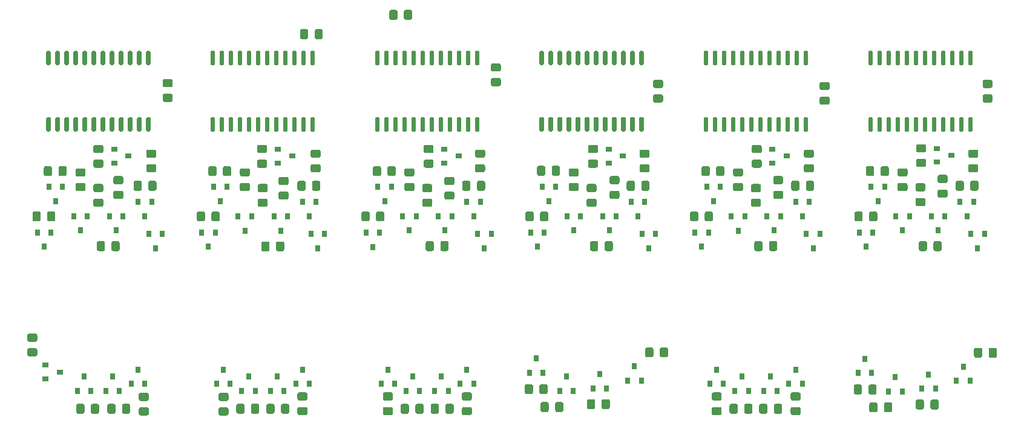
<source format=gbr>
%TF.GenerationSoftware,KiCad,Pcbnew,5.1.8+dfsg1-1+b1*%
%TF.CreationDate,2021-02-09T07:03:43+02:00*%
%TF.ProjectId,nixiedisp,6e697869-6564-4697-9370-2e6b69636164,2*%
%TF.SameCoordinates,Original*%
%TF.FileFunction,Paste,Bot*%
%TF.FilePolarity,Positive*%
%FSLAX46Y46*%
G04 Gerber Fmt 4.6, Leading zero omitted, Abs format (unit mm)*
G04 Created by KiCad (PCBNEW 5.1.8+dfsg1-1+b1) date 2021-02-09 07:03:43*
%MOMM*%
%LPD*%
G01*
G04 APERTURE LIST*
%ADD10R,0.800000X0.900000*%
%ADD11R,0.900000X0.800000*%
G04 APERTURE END LIST*
%TO.C,R27*%
G36*
G01*
X122850000Y-84349999D02*
X122850000Y-85250001D01*
G75*
G02*
X122600001Y-85500000I-249999J0D01*
G01*
X121949999Y-85500000D01*
G75*
G02*
X121700000Y-85250001I0J249999D01*
G01*
X121700000Y-84349999D01*
G75*
G02*
X121949999Y-84100000I249999J0D01*
G01*
X122600001Y-84100000D01*
G75*
G02*
X122850000Y-84349999I0J-249999D01*
G01*
G37*
G36*
G01*
X124900000Y-84349999D02*
X124900000Y-85250001D01*
G75*
G02*
X124650001Y-85500000I-249999J0D01*
G01*
X123999999Y-85500000D01*
G75*
G02*
X123750000Y-85250001I0J249999D01*
G01*
X123750000Y-84349999D01*
G75*
G02*
X123999999Y-84100000I249999J0D01*
G01*
X124650001Y-84100000D01*
G75*
G02*
X124900000Y-84349999I0J-249999D01*
G01*
G37*
%TD*%
%TO.C,U19*%
G36*
G01*
X157135000Y-91875000D02*
X156835000Y-91875000D01*
G75*
G02*
X156685000Y-91725000I0J150000D01*
G01*
X156685000Y-89975000D01*
G75*
G02*
X156835000Y-89825000I150000J0D01*
G01*
X157135000Y-89825000D01*
G75*
G02*
X157285000Y-89975000I0J-150000D01*
G01*
X157285000Y-91725000D01*
G75*
G02*
X157135000Y-91875000I-150000J0D01*
G01*
G37*
G36*
G01*
X155865000Y-91875000D02*
X155565000Y-91875000D01*
G75*
G02*
X155415000Y-91725000I0J150000D01*
G01*
X155415000Y-89975000D01*
G75*
G02*
X155565000Y-89825000I150000J0D01*
G01*
X155865000Y-89825000D01*
G75*
G02*
X156015000Y-89975000I0J-150000D01*
G01*
X156015000Y-91725000D01*
G75*
G02*
X155865000Y-91875000I-150000J0D01*
G01*
G37*
G36*
G01*
X154595000Y-91875000D02*
X154295000Y-91875000D01*
G75*
G02*
X154145000Y-91725000I0J150000D01*
G01*
X154145000Y-89975000D01*
G75*
G02*
X154295000Y-89825000I150000J0D01*
G01*
X154595000Y-89825000D01*
G75*
G02*
X154745000Y-89975000I0J-150000D01*
G01*
X154745000Y-91725000D01*
G75*
G02*
X154595000Y-91875000I-150000J0D01*
G01*
G37*
G36*
G01*
X153325000Y-91875000D02*
X153025000Y-91875000D01*
G75*
G02*
X152875000Y-91725000I0J150000D01*
G01*
X152875000Y-89975000D01*
G75*
G02*
X153025000Y-89825000I150000J0D01*
G01*
X153325000Y-89825000D01*
G75*
G02*
X153475000Y-89975000I0J-150000D01*
G01*
X153475000Y-91725000D01*
G75*
G02*
X153325000Y-91875000I-150000J0D01*
G01*
G37*
G36*
G01*
X152055000Y-91875000D02*
X151755000Y-91875000D01*
G75*
G02*
X151605000Y-91725000I0J150000D01*
G01*
X151605000Y-89975000D01*
G75*
G02*
X151755000Y-89825000I150000J0D01*
G01*
X152055000Y-89825000D01*
G75*
G02*
X152205000Y-89975000I0J-150000D01*
G01*
X152205000Y-91725000D01*
G75*
G02*
X152055000Y-91875000I-150000J0D01*
G01*
G37*
G36*
G01*
X150785000Y-91875000D02*
X150485000Y-91875000D01*
G75*
G02*
X150335000Y-91725000I0J150000D01*
G01*
X150335000Y-89975000D01*
G75*
G02*
X150485000Y-89825000I150000J0D01*
G01*
X150785000Y-89825000D01*
G75*
G02*
X150935000Y-89975000I0J-150000D01*
G01*
X150935000Y-91725000D01*
G75*
G02*
X150785000Y-91875000I-150000J0D01*
G01*
G37*
G36*
G01*
X149515000Y-91875000D02*
X149215000Y-91875000D01*
G75*
G02*
X149065000Y-91725000I0J150000D01*
G01*
X149065000Y-89975000D01*
G75*
G02*
X149215000Y-89825000I150000J0D01*
G01*
X149515000Y-89825000D01*
G75*
G02*
X149665000Y-89975000I0J-150000D01*
G01*
X149665000Y-91725000D01*
G75*
G02*
X149515000Y-91875000I-150000J0D01*
G01*
G37*
G36*
G01*
X148245000Y-91875000D02*
X147945000Y-91875000D01*
G75*
G02*
X147795000Y-91725000I0J150000D01*
G01*
X147795000Y-89975000D01*
G75*
G02*
X147945000Y-89825000I150000J0D01*
G01*
X148245000Y-89825000D01*
G75*
G02*
X148395000Y-89975000I0J-150000D01*
G01*
X148395000Y-91725000D01*
G75*
G02*
X148245000Y-91875000I-150000J0D01*
G01*
G37*
G36*
G01*
X146975000Y-91875000D02*
X146675000Y-91875000D01*
G75*
G02*
X146525000Y-91725000I0J150000D01*
G01*
X146525000Y-89975000D01*
G75*
G02*
X146675000Y-89825000I150000J0D01*
G01*
X146975000Y-89825000D01*
G75*
G02*
X147125000Y-89975000I0J-150000D01*
G01*
X147125000Y-91725000D01*
G75*
G02*
X146975000Y-91875000I-150000J0D01*
G01*
G37*
G36*
G01*
X145705000Y-91875000D02*
X145405000Y-91875000D01*
G75*
G02*
X145255000Y-91725000I0J150000D01*
G01*
X145255000Y-89975000D01*
G75*
G02*
X145405000Y-89825000I150000J0D01*
G01*
X145705000Y-89825000D01*
G75*
G02*
X145855000Y-89975000I0J-150000D01*
G01*
X145855000Y-91725000D01*
G75*
G02*
X145705000Y-91875000I-150000J0D01*
G01*
G37*
G36*
G01*
X144435000Y-91875000D02*
X144135000Y-91875000D01*
G75*
G02*
X143985000Y-91725000I0J150000D01*
G01*
X143985000Y-89975000D01*
G75*
G02*
X144135000Y-89825000I150000J0D01*
G01*
X144435000Y-89825000D01*
G75*
G02*
X144585000Y-89975000I0J-150000D01*
G01*
X144585000Y-91725000D01*
G75*
G02*
X144435000Y-91875000I-150000J0D01*
G01*
G37*
G36*
G01*
X143165000Y-91875000D02*
X142865000Y-91875000D01*
G75*
G02*
X142715000Y-91725000I0J150000D01*
G01*
X142715000Y-89975000D01*
G75*
G02*
X142865000Y-89825000I150000J0D01*
G01*
X143165000Y-89825000D01*
G75*
G02*
X143315000Y-89975000I0J-150000D01*
G01*
X143315000Y-91725000D01*
G75*
G02*
X143165000Y-91875000I-150000J0D01*
G01*
G37*
G36*
G01*
X143165000Y-101175000D02*
X142865000Y-101175000D01*
G75*
G02*
X142715000Y-101025000I0J150000D01*
G01*
X142715000Y-99275000D01*
G75*
G02*
X142865000Y-99125000I150000J0D01*
G01*
X143165000Y-99125000D01*
G75*
G02*
X143315000Y-99275000I0J-150000D01*
G01*
X143315000Y-101025000D01*
G75*
G02*
X143165000Y-101175000I-150000J0D01*
G01*
G37*
G36*
G01*
X144435000Y-101175000D02*
X144135000Y-101175000D01*
G75*
G02*
X143985000Y-101025000I0J150000D01*
G01*
X143985000Y-99275000D01*
G75*
G02*
X144135000Y-99125000I150000J0D01*
G01*
X144435000Y-99125000D01*
G75*
G02*
X144585000Y-99275000I0J-150000D01*
G01*
X144585000Y-101025000D01*
G75*
G02*
X144435000Y-101175000I-150000J0D01*
G01*
G37*
G36*
G01*
X145705000Y-101175000D02*
X145405000Y-101175000D01*
G75*
G02*
X145255000Y-101025000I0J150000D01*
G01*
X145255000Y-99275000D01*
G75*
G02*
X145405000Y-99125000I150000J0D01*
G01*
X145705000Y-99125000D01*
G75*
G02*
X145855000Y-99275000I0J-150000D01*
G01*
X145855000Y-101025000D01*
G75*
G02*
X145705000Y-101175000I-150000J0D01*
G01*
G37*
G36*
G01*
X146975000Y-101175000D02*
X146675000Y-101175000D01*
G75*
G02*
X146525000Y-101025000I0J150000D01*
G01*
X146525000Y-99275000D01*
G75*
G02*
X146675000Y-99125000I150000J0D01*
G01*
X146975000Y-99125000D01*
G75*
G02*
X147125000Y-99275000I0J-150000D01*
G01*
X147125000Y-101025000D01*
G75*
G02*
X146975000Y-101175000I-150000J0D01*
G01*
G37*
G36*
G01*
X148245000Y-101175000D02*
X147945000Y-101175000D01*
G75*
G02*
X147795000Y-101025000I0J150000D01*
G01*
X147795000Y-99275000D01*
G75*
G02*
X147945000Y-99125000I150000J0D01*
G01*
X148245000Y-99125000D01*
G75*
G02*
X148395000Y-99275000I0J-150000D01*
G01*
X148395000Y-101025000D01*
G75*
G02*
X148245000Y-101175000I-150000J0D01*
G01*
G37*
G36*
G01*
X149515000Y-101175000D02*
X149215000Y-101175000D01*
G75*
G02*
X149065000Y-101025000I0J150000D01*
G01*
X149065000Y-99275000D01*
G75*
G02*
X149215000Y-99125000I150000J0D01*
G01*
X149515000Y-99125000D01*
G75*
G02*
X149665000Y-99275000I0J-150000D01*
G01*
X149665000Y-101025000D01*
G75*
G02*
X149515000Y-101175000I-150000J0D01*
G01*
G37*
G36*
G01*
X150785000Y-101175000D02*
X150485000Y-101175000D01*
G75*
G02*
X150335000Y-101025000I0J150000D01*
G01*
X150335000Y-99275000D01*
G75*
G02*
X150485000Y-99125000I150000J0D01*
G01*
X150785000Y-99125000D01*
G75*
G02*
X150935000Y-99275000I0J-150000D01*
G01*
X150935000Y-101025000D01*
G75*
G02*
X150785000Y-101175000I-150000J0D01*
G01*
G37*
G36*
G01*
X152055000Y-101175000D02*
X151755000Y-101175000D01*
G75*
G02*
X151605000Y-101025000I0J150000D01*
G01*
X151605000Y-99275000D01*
G75*
G02*
X151755000Y-99125000I150000J0D01*
G01*
X152055000Y-99125000D01*
G75*
G02*
X152205000Y-99275000I0J-150000D01*
G01*
X152205000Y-101025000D01*
G75*
G02*
X152055000Y-101175000I-150000J0D01*
G01*
G37*
G36*
G01*
X153325000Y-101175000D02*
X153025000Y-101175000D01*
G75*
G02*
X152875000Y-101025000I0J150000D01*
G01*
X152875000Y-99275000D01*
G75*
G02*
X153025000Y-99125000I150000J0D01*
G01*
X153325000Y-99125000D01*
G75*
G02*
X153475000Y-99275000I0J-150000D01*
G01*
X153475000Y-101025000D01*
G75*
G02*
X153325000Y-101175000I-150000J0D01*
G01*
G37*
G36*
G01*
X154595000Y-101175000D02*
X154295000Y-101175000D01*
G75*
G02*
X154145000Y-101025000I0J150000D01*
G01*
X154145000Y-99275000D01*
G75*
G02*
X154295000Y-99125000I150000J0D01*
G01*
X154595000Y-99125000D01*
G75*
G02*
X154745000Y-99275000I0J-150000D01*
G01*
X154745000Y-101025000D01*
G75*
G02*
X154595000Y-101175000I-150000J0D01*
G01*
G37*
G36*
G01*
X155865000Y-101175000D02*
X155565000Y-101175000D01*
G75*
G02*
X155415000Y-101025000I0J150000D01*
G01*
X155415000Y-99275000D01*
G75*
G02*
X155565000Y-99125000I150000J0D01*
G01*
X155865000Y-99125000D01*
G75*
G02*
X156015000Y-99275000I0J-150000D01*
G01*
X156015000Y-101025000D01*
G75*
G02*
X155865000Y-101175000I-150000J0D01*
G01*
G37*
G36*
G01*
X157135000Y-101175000D02*
X156835000Y-101175000D01*
G75*
G02*
X156685000Y-101025000I0J150000D01*
G01*
X156685000Y-99275000D01*
G75*
G02*
X156835000Y-99125000I150000J0D01*
G01*
X157135000Y-99125000D01*
G75*
G02*
X157285000Y-99275000I0J-150000D01*
G01*
X157285000Y-101025000D01*
G75*
G02*
X157135000Y-101175000I-150000J0D01*
G01*
G37*
%TD*%
%TO.C,U18*%
G36*
G01*
X203135000Y-91875000D02*
X202835000Y-91875000D01*
G75*
G02*
X202685000Y-91725000I0J150000D01*
G01*
X202685000Y-89975000D01*
G75*
G02*
X202835000Y-89825000I150000J0D01*
G01*
X203135000Y-89825000D01*
G75*
G02*
X203285000Y-89975000I0J-150000D01*
G01*
X203285000Y-91725000D01*
G75*
G02*
X203135000Y-91875000I-150000J0D01*
G01*
G37*
G36*
G01*
X201865000Y-91875000D02*
X201565000Y-91875000D01*
G75*
G02*
X201415000Y-91725000I0J150000D01*
G01*
X201415000Y-89975000D01*
G75*
G02*
X201565000Y-89825000I150000J0D01*
G01*
X201865000Y-89825000D01*
G75*
G02*
X202015000Y-89975000I0J-150000D01*
G01*
X202015000Y-91725000D01*
G75*
G02*
X201865000Y-91875000I-150000J0D01*
G01*
G37*
G36*
G01*
X200595000Y-91875000D02*
X200295000Y-91875000D01*
G75*
G02*
X200145000Y-91725000I0J150000D01*
G01*
X200145000Y-89975000D01*
G75*
G02*
X200295000Y-89825000I150000J0D01*
G01*
X200595000Y-89825000D01*
G75*
G02*
X200745000Y-89975000I0J-150000D01*
G01*
X200745000Y-91725000D01*
G75*
G02*
X200595000Y-91875000I-150000J0D01*
G01*
G37*
G36*
G01*
X199325000Y-91875000D02*
X199025000Y-91875000D01*
G75*
G02*
X198875000Y-91725000I0J150000D01*
G01*
X198875000Y-89975000D01*
G75*
G02*
X199025000Y-89825000I150000J0D01*
G01*
X199325000Y-89825000D01*
G75*
G02*
X199475000Y-89975000I0J-150000D01*
G01*
X199475000Y-91725000D01*
G75*
G02*
X199325000Y-91875000I-150000J0D01*
G01*
G37*
G36*
G01*
X198055000Y-91875000D02*
X197755000Y-91875000D01*
G75*
G02*
X197605000Y-91725000I0J150000D01*
G01*
X197605000Y-89975000D01*
G75*
G02*
X197755000Y-89825000I150000J0D01*
G01*
X198055000Y-89825000D01*
G75*
G02*
X198205000Y-89975000I0J-150000D01*
G01*
X198205000Y-91725000D01*
G75*
G02*
X198055000Y-91875000I-150000J0D01*
G01*
G37*
G36*
G01*
X196785000Y-91875000D02*
X196485000Y-91875000D01*
G75*
G02*
X196335000Y-91725000I0J150000D01*
G01*
X196335000Y-89975000D01*
G75*
G02*
X196485000Y-89825000I150000J0D01*
G01*
X196785000Y-89825000D01*
G75*
G02*
X196935000Y-89975000I0J-150000D01*
G01*
X196935000Y-91725000D01*
G75*
G02*
X196785000Y-91875000I-150000J0D01*
G01*
G37*
G36*
G01*
X195515000Y-91875000D02*
X195215000Y-91875000D01*
G75*
G02*
X195065000Y-91725000I0J150000D01*
G01*
X195065000Y-89975000D01*
G75*
G02*
X195215000Y-89825000I150000J0D01*
G01*
X195515000Y-89825000D01*
G75*
G02*
X195665000Y-89975000I0J-150000D01*
G01*
X195665000Y-91725000D01*
G75*
G02*
X195515000Y-91875000I-150000J0D01*
G01*
G37*
G36*
G01*
X194245000Y-91875000D02*
X193945000Y-91875000D01*
G75*
G02*
X193795000Y-91725000I0J150000D01*
G01*
X193795000Y-89975000D01*
G75*
G02*
X193945000Y-89825000I150000J0D01*
G01*
X194245000Y-89825000D01*
G75*
G02*
X194395000Y-89975000I0J-150000D01*
G01*
X194395000Y-91725000D01*
G75*
G02*
X194245000Y-91875000I-150000J0D01*
G01*
G37*
G36*
G01*
X192975000Y-91875000D02*
X192675000Y-91875000D01*
G75*
G02*
X192525000Y-91725000I0J150000D01*
G01*
X192525000Y-89975000D01*
G75*
G02*
X192675000Y-89825000I150000J0D01*
G01*
X192975000Y-89825000D01*
G75*
G02*
X193125000Y-89975000I0J-150000D01*
G01*
X193125000Y-91725000D01*
G75*
G02*
X192975000Y-91875000I-150000J0D01*
G01*
G37*
G36*
G01*
X191705000Y-91875000D02*
X191405000Y-91875000D01*
G75*
G02*
X191255000Y-91725000I0J150000D01*
G01*
X191255000Y-89975000D01*
G75*
G02*
X191405000Y-89825000I150000J0D01*
G01*
X191705000Y-89825000D01*
G75*
G02*
X191855000Y-89975000I0J-150000D01*
G01*
X191855000Y-91725000D01*
G75*
G02*
X191705000Y-91875000I-150000J0D01*
G01*
G37*
G36*
G01*
X190435000Y-91875000D02*
X190135000Y-91875000D01*
G75*
G02*
X189985000Y-91725000I0J150000D01*
G01*
X189985000Y-89975000D01*
G75*
G02*
X190135000Y-89825000I150000J0D01*
G01*
X190435000Y-89825000D01*
G75*
G02*
X190585000Y-89975000I0J-150000D01*
G01*
X190585000Y-91725000D01*
G75*
G02*
X190435000Y-91875000I-150000J0D01*
G01*
G37*
G36*
G01*
X189165000Y-91875000D02*
X188865000Y-91875000D01*
G75*
G02*
X188715000Y-91725000I0J150000D01*
G01*
X188715000Y-89975000D01*
G75*
G02*
X188865000Y-89825000I150000J0D01*
G01*
X189165000Y-89825000D01*
G75*
G02*
X189315000Y-89975000I0J-150000D01*
G01*
X189315000Y-91725000D01*
G75*
G02*
X189165000Y-91875000I-150000J0D01*
G01*
G37*
G36*
G01*
X189165000Y-101175000D02*
X188865000Y-101175000D01*
G75*
G02*
X188715000Y-101025000I0J150000D01*
G01*
X188715000Y-99275000D01*
G75*
G02*
X188865000Y-99125000I150000J0D01*
G01*
X189165000Y-99125000D01*
G75*
G02*
X189315000Y-99275000I0J-150000D01*
G01*
X189315000Y-101025000D01*
G75*
G02*
X189165000Y-101175000I-150000J0D01*
G01*
G37*
G36*
G01*
X190435000Y-101175000D02*
X190135000Y-101175000D01*
G75*
G02*
X189985000Y-101025000I0J150000D01*
G01*
X189985000Y-99275000D01*
G75*
G02*
X190135000Y-99125000I150000J0D01*
G01*
X190435000Y-99125000D01*
G75*
G02*
X190585000Y-99275000I0J-150000D01*
G01*
X190585000Y-101025000D01*
G75*
G02*
X190435000Y-101175000I-150000J0D01*
G01*
G37*
G36*
G01*
X191705000Y-101175000D02*
X191405000Y-101175000D01*
G75*
G02*
X191255000Y-101025000I0J150000D01*
G01*
X191255000Y-99275000D01*
G75*
G02*
X191405000Y-99125000I150000J0D01*
G01*
X191705000Y-99125000D01*
G75*
G02*
X191855000Y-99275000I0J-150000D01*
G01*
X191855000Y-101025000D01*
G75*
G02*
X191705000Y-101175000I-150000J0D01*
G01*
G37*
G36*
G01*
X192975000Y-101175000D02*
X192675000Y-101175000D01*
G75*
G02*
X192525000Y-101025000I0J150000D01*
G01*
X192525000Y-99275000D01*
G75*
G02*
X192675000Y-99125000I150000J0D01*
G01*
X192975000Y-99125000D01*
G75*
G02*
X193125000Y-99275000I0J-150000D01*
G01*
X193125000Y-101025000D01*
G75*
G02*
X192975000Y-101175000I-150000J0D01*
G01*
G37*
G36*
G01*
X194245000Y-101175000D02*
X193945000Y-101175000D01*
G75*
G02*
X193795000Y-101025000I0J150000D01*
G01*
X193795000Y-99275000D01*
G75*
G02*
X193945000Y-99125000I150000J0D01*
G01*
X194245000Y-99125000D01*
G75*
G02*
X194395000Y-99275000I0J-150000D01*
G01*
X194395000Y-101025000D01*
G75*
G02*
X194245000Y-101175000I-150000J0D01*
G01*
G37*
G36*
G01*
X195515000Y-101175000D02*
X195215000Y-101175000D01*
G75*
G02*
X195065000Y-101025000I0J150000D01*
G01*
X195065000Y-99275000D01*
G75*
G02*
X195215000Y-99125000I150000J0D01*
G01*
X195515000Y-99125000D01*
G75*
G02*
X195665000Y-99275000I0J-150000D01*
G01*
X195665000Y-101025000D01*
G75*
G02*
X195515000Y-101175000I-150000J0D01*
G01*
G37*
G36*
G01*
X196785000Y-101175000D02*
X196485000Y-101175000D01*
G75*
G02*
X196335000Y-101025000I0J150000D01*
G01*
X196335000Y-99275000D01*
G75*
G02*
X196485000Y-99125000I150000J0D01*
G01*
X196785000Y-99125000D01*
G75*
G02*
X196935000Y-99275000I0J-150000D01*
G01*
X196935000Y-101025000D01*
G75*
G02*
X196785000Y-101175000I-150000J0D01*
G01*
G37*
G36*
G01*
X198055000Y-101175000D02*
X197755000Y-101175000D01*
G75*
G02*
X197605000Y-101025000I0J150000D01*
G01*
X197605000Y-99275000D01*
G75*
G02*
X197755000Y-99125000I150000J0D01*
G01*
X198055000Y-99125000D01*
G75*
G02*
X198205000Y-99275000I0J-150000D01*
G01*
X198205000Y-101025000D01*
G75*
G02*
X198055000Y-101175000I-150000J0D01*
G01*
G37*
G36*
G01*
X199325000Y-101175000D02*
X199025000Y-101175000D01*
G75*
G02*
X198875000Y-101025000I0J150000D01*
G01*
X198875000Y-99275000D01*
G75*
G02*
X199025000Y-99125000I150000J0D01*
G01*
X199325000Y-99125000D01*
G75*
G02*
X199475000Y-99275000I0J-150000D01*
G01*
X199475000Y-101025000D01*
G75*
G02*
X199325000Y-101175000I-150000J0D01*
G01*
G37*
G36*
G01*
X200595000Y-101175000D02*
X200295000Y-101175000D01*
G75*
G02*
X200145000Y-101025000I0J150000D01*
G01*
X200145000Y-99275000D01*
G75*
G02*
X200295000Y-99125000I150000J0D01*
G01*
X200595000Y-99125000D01*
G75*
G02*
X200745000Y-99275000I0J-150000D01*
G01*
X200745000Y-101025000D01*
G75*
G02*
X200595000Y-101175000I-150000J0D01*
G01*
G37*
G36*
G01*
X201865000Y-101175000D02*
X201565000Y-101175000D01*
G75*
G02*
X201415000Y-101025000I0J150000D01*
G01*
X201415000Y-99275000D01*
G75*
G02*
X201565000Y-99125000I150000J0D01*
G01*
X201865000Y-99125000D01*
G75*
G02*
X202015000Y-99275000I0J-150000D01*
G01*
X202015000Y-101025000D01*
G75*
G02*
X201865000Y-101175000I-150000J0D01*
G01*
G37*
G36*
G01*
X203135000Y-101175000D02*
X202835000Y-101175000D01*
G75*
G02*
X202685000Y-101025000I0J150000D01*
G01*
X202685000Y-99275000D01*
G75*
G02*
X202835000Y-99125000I150000J0D01*
G01*
X203135000Y-99125000D01*
G75*
G02*
X203285000Y-99275000I0J-150000D01*
G01*
X203285000Y-101025000D01*
G75*
G02*
X203135000Y-101175000I-150000J0D01*
G01*
G37*
%TD*%
%TO.C,U17*%
G36*
G01*
X180135000Y-91875000D02*
X179835000Y-91875000D01*
G75*
G02*
X179685000Y-91725000I0J150000D01*
G01*
X179685000Y-89975000D01*
G75*
G02*
X179835000Y-89825000I150000J0D01*
G01*
X180135000Y-89825000D01*
G75*
G02*
X180285000Y-89975000I0J-150000D01*
G01*
X180285000Y-91725000D01*
G75*
G02*
X180135000Y-91875000I-150000J0D01*
G01*
G37*
G36*
G01*
X178865000Y-91875000D02*
X178565000Y-91875000D01*
G75*
G02*
X178415000Y-91725000I0J150000D01*
G01*
X178415000Y-89975000D01*
G75*
G02*
X178565000Y-89825000I150000J0D01*
G01*
X178865000Y-89825000D01*
G75*
G02*
X179015000Y-89975000I0J-150000D01*
G01*
X179015000Y-91725000D01*
G75*
G02*
X178865000Y-91875000I-150000J0D01*
G01*
G37*
G36*
G01*
X177595000Y-91875000D02*
X177295000Y-91875000D01*
G75*
G02*
X177145000Y-91725000I0J150000D01*
G01*
X177145000Y-89975000D01*
G75*
G02*
X177295000Y-89825000I150000J0D01*
G01*
X177595000Y-89825000D01*
G75*
G02*
X177745000Y-89975000I0J-150000D01*
G01*
X177745000Y-91725000D01*
G75*
G02*
X177595000Y-91875000I-150000J0D01*
G01*
G37*
G36*
G01*
X176325000Y-91875000D02*
X176025000Y-91875000D01*
G75*
G02*
X175875000Y-91725000I0J150000D01*
G01*
X175875000Y-89975000D01*
G75*
G02*
X176025000Y-89825000I150000J0D01*
G01*
X176325000Y-89825000D01*
G75*
G02*
X176475000Y-89975000I0J-150000D01*
G01*
X176475000Y-91725000D01*
G75*
G02*
X176325000Y-91875000I-150000J0D01*
G01*
G37*
G36*
G01*
X175055000Y-91875000D02*
X174755000Y-91875000D01*
G75*
G02*
X174605000Y-91725000I0J150000D01*
G01*
X174605000Y-89975000D01*
G75*
G02*
X174755000Y-89825000I150000J0D01*
G01*
X175055000Y-89825000D01*
G75*
G02*
X175205000Y-89975000I0J-150000D01*
G01*
X175205000Y-91725000D01*
G75*
G02*
X175055000Y-91875000I-150000J0D01*
G01*
G37*
G36*
G01*
X173785000Y-91875000D02*
X173485000Y-91875000D01*
G75*
G02*
X173335000Y-91725000I0J150000D01*
G01*
X173335000Y-89975000D01*
G75*
G02*
X173485000Y-89825000I150000J0D01*
G01*
X173785000Y-89825000D01*
G75*
G02*
X173935000Y-89975000I0J-150000D01*
G01*
X173935000Y-91725000D01*
G75*
G02*
X173785000Y-91875000I-150000J0D01*
G01*
G37*
G36*
G01*
X172515000Y-91875000D02*
X172215000Y-91875000D01*
G75*
G02*
X172065000Y-91725000I0J150000D01*
G01*
X172065000Y-89975000D01*
G75*
G02*
X172215000Y-89825000I150000J0D01*
G01*
X172515000Y-89825000D01*
G75*
G02*
X172665000Y-89975000I0J-150000D01*
G01*
X172665000Y-91725000D01*
G75*
G02*
X172515000Y-91875000I-150000J0D01*
G01*
G37*
G36*
G01*
X171245000Y-91875000D02*
X170945000Y-91875000D01*
G75*
G02*
X170795000Y-91725000I0J150000D01*
G01*
X170795000Y-89975000D01*
G75*
G02*
X170945000Y-89825000I150000J0D01*
G01*
X171245000Y-89825000D01*
G75*
G02*
X171395000Y-89975000I0J-150000D01*
G01*
X171395000Y-91725000D01*
G75*
G02*
X171245000Y-91875000I-150000J0D01*
G01*
G37*
G36*
G01*
X169975000Y-91875000D02*
X169675000Y-91875000D01*
G75*
G02*
X169525000Y-91725000I0J150000D01*
G01*
X169525000Y-89975000D01*
G75*
G02*
X169675000Y-89825000I150000J0D01*
G01*
X169975000Y-89825000D01*
G75*
G02*
X170125000Y-89975000I0J-150000D01*
G01*
X170125000Y-91725000D01*
G75*
G02*
X169975000Y-91875000I-150000J0D01*
G01*
G37*
G36*
G01*
X168705000Y-91875000D02*
X168405000Y-91875000D01*
G75*
G02*
X168255000Y-91725000I0J150000D01*
G01*
X168255000Y-89975000D01*
G75*
G02*
X168405000Y-89825000I150000J0D01*
G01*
X168705000Y-89825000D01*
G75*
G02*
X168855000Y-89975000I0J-150000D01*
G01*
X168855000Y-91725000D01*
G75*
G02*
X168705000Y-91875000I-150000J0D01*
G01*
G37*
G36*
G01*
X167435000Y-91875000D02*
X167135000Y-91875000D01*
G75*
G02*
X166985000Y-91725000I0J150000D01*
G01*
X166985000Y-89975000D01*
G75*
G02*
X167135000Y-89825000I150000J0D01*
G01*
X167435000Y-89825000D01*
G75*
G02*
X167585000Y-89975000I0J-150000D01*
G01*
X167585000Y-91725000D01*
G75*
G02*
X167435000Y-91875000I-150000J0D01*
G01*
G37*
G36*
G01*
X166165000Y-91875000D02*
X165865000Y-91875000D01*
G75*
G02*
X165715000Y-91725000I0J150000D01*
G01*
X165715000Y-89975000D01*
G75*
G02*
X165865000Y-89825000I150000J0D01*
G01*
X166165000Y-89825000D01*
G75*
G02*
X166315000Y-89975000I0J-150000D01*
G01*
X166315000Y-91725000D01*
G75*
G02*
X166165000Y-91875000I-150000J0D01*
G01*
G37*
G36*
G01*
X166165000Y-101175000D02*
X165865000Y-101175000D01*
G75*
G02*
X165715000Y-101025000I0J150000D01*
G01*
X165715000Y-99275000D01*
G75*
G02*
X165865000Y-99125000I150000J0D01*
G01*
X166165000Y-99125000D01*
G75*
G02*
X166315000Y-99275000I0J-150000D01*
G01*
X166315000Y-101025000D01*
G75*
G02*
X166165000Y-101175000I-150000J0D01*
G01*
G37*
G36*
G01*
X167435000Y-101175000D02*
X167135000Y-101175000D01*
G75*
G02*
X166985000Y-101025000I0J150000D01*
G01*
X166985000Y-99275000D01*
G75*
G02*
X167135000Y-99125000I150000J0D01*
G01*
X167435000Y-99125000D01*
G75*
G02*
X167585000Y-99275000I0J-150000D01*
G01*
X167585000Y-101025000D01*
G75*
G02*
X167435000Y-101175000I-150000J0D01*
G01*
G37*
G36*
G01*
X168705000Y-101175000D02*
X168405000Y-101175000D01*
G75*
G02*
X168255000Y-101025000I0J150000D01*
G01*
X168255000Y-99275000D01*
G75*
G02*
X168405000Y-99125000I150000J0D01*
G01*
X168705000Y-99125000D01*
G75*
G02*
X168855000Y-99275000I0J-150000D01*
G01*
X168855000Y-101025000D01*
G75*
G02*
X168705000Y-101175000I-150000J0D01*
G01*
G37*
G36*
G01*
X169975000Y-101175000D02*
X169675000Y-101175000D01*
G75*
G02*
X169525000Y-101025000I0J150000D01*
G01*
X169525000Y-99275000D01*
G75*
G02*
X169675000Y-99125000I150000J0D01*
G01*
X169975000Y-99125000D01*
G75*
G02*
X170125000Y-99275000I0J-150000D01*
G01*
X170125000Y-101025000D01*
G75*
G02*
X169975000Y-101175000I-150000J0D01*
G01*
G37*
G36*
G01*
X171245000Y-101175000D02*
X170945000Y-101175000D01*
G75*
G02*
X170795000Y-101025000I0J150000D01*
G01*
X170795000Y-99275000D01*
G75*
G02*
X170945000Y-99125000I150000J0D01*
G01*
X171245000Y-99125000D01*
G75*
G02*
X171395000Y-99275000I0J-150000D01*
G01*
X171395000Y-101025000D01*
G75*
G02*
X171245000Y-101175000I-150000J0D01*
G01*
G37*
G36*
G01*
X172515000Y-101175000D02*
X172215000Y-101175000D01*
G75*
G02*
X172065000Y-101025000I0J150000D01*
G01*
X172065000Y-99275000D01*
G75*
G02*
X172215000Y-99125000I150000J0D01*
G01*
X172515000Y-99125000D01*
G75*
G02*
X172665000Y-99275000I0J-150000D01*
G01*
X172665000Y-101025000D01*
G75*
G02*
X172515000Y-101175000I-150000J0D01*
G01*
G37*
G36*
G01*
X173785000Y-101175000D02*
X173485000Y-101175000D01*
G75*
G02*
X173335000Y-101025000I0J150000D01*
G01*
X173335000Y-99275000D01*
G75*
G02*
X173485000Y-99125000I150000J0D01*
G01*
X173785000Y-99125000D01*
G75*
G02*
X173935000Y-99275000I0J-150000D01*
G01*
X173935000Y-101025000D01*
G75*
G02*
X173785000Y-101175000I-150000J0D01*
G01*
G37*
G36*
G01*
X175055000Y-101175000D02*
X174755000Y-101175000D01*
G75*
G02*
X174605000Y-101025000I0J150000D01*
G01*
X174605000Y-99275000D01*
G75*
G02*
X174755000Y-99125000I150000J0D01*
G01*
X175055000Y-99125000D01*
G75*
G02*
X175205000Y-99275000I0J-150000D01*
G01*
X175205000Y-101025000D01*
G75*
G02*
X175055000Y-101175000I-150000J0D01*
G01*
G37*
G36*
G01*
X176325000Y-101175000D02*
X176025000Y-101175000D01*
G75*
G02*
X175875000Y-101025000I0J150000D01*
G01*
X175875000Y-99275000D01*
G75*
G02*
X176025000Y-99125000I150000J0D01*
G01*
X176325000Y-99125000D01*
G75*
G02*
X176475000Y-99275000I0J-150000D01*
G01*
X176475000Y-101025000D01*
G75*
G02*
X176325000Y-101175000I-150000J0D01*
G01*
G37*
G36*
G01*
X177595000Y-101175000D02*
X177295000Y-101175000D01*
G75*
G02*
X177145000Y-101025000I0J150000D01*
G01*
X177145000Y-99275000D01*
G75*
G02*
X177295000Y-99125000I150000J0D01*
G01*
X177595000Y-99125000D01*
G75*
G02*
X177745000Y-99275000I0J-150000D01*
G01*
X177745000Y-101025000D01*
G75*
G02*
X177595000Y-101175000I-150000J0D01*
G01*
G37*
G36*
G01*
X178865000Y-101175000D02*
X178565000Y-101175000D01*
G75*
G02*
X178415000Y-101025000I0J150000D01*
G01*
X178415000Y-99275000D01*
G75*
G02*
X178565000Y-99125000I150000J0D01*
G01*
X178865000Y-99125000D01*
G75*
G02*
X179015000Y-99275000I0J-150000D01*
G01*
X179015000Y-101025000D01*
G75*
G02*
X178865000Y-101175000I-150000J0D01*
G01*
G37*
G36*
G01*
X180135000Y-101175000D02*
X179835000Y-101175000D01*
G75*
G02*
X179685000Y-101025000I0J150000D01*
G01*
X179685000Y-99275000D01*
G75*
G02*
X179835000Y-99125000I150000J0D01*
G01*
X180135000Y-99125000D01*
G75*
G02*
X180285000Y-99275000I0J-150000D01*
G01*
X180285000Y-101025000D01*
G75*
G02*
X180135000Y-101175000I-150000J0D01*
G01*
G37*
%TD*%
%TO.C,U16*%
G36*
G01*
X134135000Y-91875000D02*
X133835000Y-91875000D01*
G75*
G02*
X133685000Y-91725000I0J150000D01*
G01*
X133685000Y-89975000D01*
G75*
G02*
X133835000Y-89825000I150000J0D01*
G01*
X134135000Y-89825000D01*
G75*
G02*
X134285000Y-89975000I0J-150000D01*
G01*
X134285000Y-91725000D01*
G75*
G02*
X134135000Y-91875000I-150000J0D01*
G01*
G37*
G36*
G01*
X132865000Y-91875000D02*
X132565000Y-91875000D01*
G75*
G02*
X132415000Y-91725000I0J150000D01*
G01*
X132415000Y-89975000D01*
G75*
G02*
X132565000Y-89825000I150000J0D01*
G01*
X132865000Y-89825000D01*
G75*
G02*
X133015000Y-89975000I0J-150000D01*
G01*
X133015000Y-91725000D01*
G75*
G02*
X132865000Y-91875000I-150000J0D01*
G01*
G37*
G36*
G01*
X131595000Y-91875000D02*
X131295000Y-91875000D01*
G75*
G02*
X131145000Y-91725000I0J150000D01*
G01*
X131145000Y-89975000D01*
G75*
G02*
X131295000Y-89825000I150000J0D01*
G01*
X131595000Y-89825000D01*
G75*
G02*
X131745000Y-89975000I0J-150000D01*
G01*
X131745000Y-91725000D01*
G75*
G02*
X131595000Y-91875000I-150000J0D01*
G01*
G37*
G36*
G01*
X130325000Y-91875000D02*
X130025000Y-91875000D01*
G75*
G02*
X129875000Y-91725000I0J150000D01*
G01*
X129875000Y-89975000D01*
G75*
G02*
X130025000Y-89825000I150000J0D01*
G01*
X130325000Y-89825000D01*
G75*
G02*
X130475000Y-89975000I0J-150000D01*
G01*
X130475000Y-91725000D01*
G75*
G02*
X130325000Y-91875000I-150000J0D01*
G01*
G37*
G36*
G01*
X129055000Y-91875000D02*
X128755000Y-91875000D01*
G75*
G02*
X128605000Y-91725000I0J150000D01*
G01*
X128605000Y-89975000D01*
G75*
G02*
X128755000Y-89825000I150000J0D01*
G01*
X129055000Y-89825000D01*
G75*
G02*
X129205000Y-89975000I0J-150000D01*
G01*
X129205000Y-91725000D01*
G75*
G02*
X129055000Y-91875000I-150000J0D01*
G01*
G37*
G36*
G01*
X127785000Y-91875000D02*
X127485000Y-91875000D01*
G75*
G02*
X127335000Y-91725000I0J150000D01*
G01*
X127335000Y-89975000D01*
G75*
G02*
X127485000Y-89825000I150000J0D01*
G01*
X127785000Y-89825000D01*
G75*
G02*
X127935000Y-89975000I0J-150000D01*
G01*
X127935000Y-91725000D01*
G75*
G02*
X127785000Y-91875000I-150000J0D01*
G01*
G37*
G36*
G01*
X126515000Y-91875000D02*
X126215000Y-91875000D01*
G75*
G02*
X126065000Y-91725000I0J150000D01*
G01*
X126065000Y-89975000D01*
G75*
G02*
X126215000Y-89825000I150000J0D01*
G01*
X126515000Y-89825000D01*
G75*
G02*
X126665000Y-89975000I0J-150000D01*
G01*
X126665000Y-91725000D01*
G75*
G02*
X126515000Y-91875000I-150000J0D01*
G01*
G37*
G36*
G01*
X125245000Y-91875000D02*
X124945000Y-91875000D01*
G75*
G02*
X124795000Y-91725000I0J150000D01*
G01*
X124795000Y-89975000D01*
G75*
G02*
X124945000Y-89825000I150000J0D01*
G01*
X125245000Y-89825000D01*
G75*
G02*
X125395000Y-89975000I0J-150000D01*
G01*
X125395000Y-91725000D01*
G75*
G02*
X125245000Y-91875000I-150000J0D01*
G01*
G37*
G36*
G01*
X123975000Y-91875000D02*
X123675000Y-91875000D01*
G75*
G02*
X123525000Y-91725000I0J150000D01*
G01*
X123525000Y-89975000D01*
G75*
G02*
X123675000Y-89825000I150000J0D01*
G01*
X123975000Y-89825000D01*
G75*
G02*
X124125000Y-89975000I0J-150000D01*
G01*
X124125000Y-91725000D01*
G75*
G02*
X123975000Y-91875000I-150000J0D01*
G01*
G37*
G36*
G01*
X122705000Y-91875000D02*
X122405000Y-91875000D01*
G75*
G02*
X122255000Y-91725000I0J150000D01*
G01*
X122255000Y-89975000D01*
G75*
G02*
X122405000Y-89825000I150000J0D01*
G01*
X122705000Y-89825000D01*
G75*
G02*
X122855000Y-89975000I0J-150000D01*
G01*
X122855000Y-91725000D01*
G75*
G02*
X122705000Y-91875000I-150000J0D01*
G01*
G37*
G36*
G01*
X121435000Y-91875000D02*
X121135000Y-91875000D01*
G75*
G02*
X120985000Y-91725000I0J150000D01*
G01*
X120985000Y-89975000D01*
G75*
G02*
X121135000Y-89825000I150000J0D01*
G01*
X121435000Y-89825000D01*
G75*
G02*
X121585000Y-89975000I0J-150000D01*
G01*
X121585000Y-91725000D01*
G75*
G02*
X121435000Y-91875000I-150000J0D01*
G01*
G37*
G36*
G01*
X120165000Y-91875000D02*
X119865000Y-91875000D01*
G75*
G02*
X119715000Y-91725000I0J150000D01*
G01*
X119715000Y-89975000D01*
G75*
G02*
X119865000Y-89825000I150000J0D01*
G01*
X120165000Y-89825000D01*
G75*
G02*
X120315000Y-89975000I0J-150000D01*
G01*
X120315000Y-91725000D01*
G75*
G02*
X120165000Y-91875000I-150000J0D01*
G01*
G37*
G36*
G01*
X120165000Y-101175000D02*
X119865000Y-101175000D01*
G75*
G02*
X119715000Y-101025000I0J150000D01*
G01*
X119715000Y-99275000D01*
G75*
G02*
X119865000Y-99125000I150000J0D01*
G01*
X120165000Y-99125000D01*
G75*
G02*
X120315000Y-99275000I0J-150000D01*
G01*
X120315000Y-101025000D01*
G75*
G02*
X120165000Y-101175000I-150000J0D01*
G01*
G37*
G36*
G01*
X121435000Y-101175000D02*
X121135000Y-101175000D01*
G75*
G02*
X120985000Y-101025000I0J150000D01*
G01*
X120985000Y-99275000D01*
G75*
G02*
X121135000Y-99125000I150000J0D01*
G01*
X121435000Y-99125000D01*
G75*
G02*
X121585000Y-99275000I0J-150000D01*
G01*
X121585000Y-101025000D01*
G75*
G02*
X121435000Y-101175000I-150000J0D01*
G01*
G37*
G36*
G01*
X122705000Y-101175000D02*
X122405000Y-101175000D01*
G75*
G02*
X122255000Y-101025000I0J150000D01*
G01*
X122255000Y-99275000D01*
G75*
G02*
X122405000Y-99125000I150000J0D01*
G01*
X122705000Y-99125000D01*
G75*
G02*
X122855000Y-99275000I0J-150000D01*
G01*
X122855000Y-101025000D01*
G75*
G02*
X122705000Y-101175000I-150000J0D01*
G01*
G37*
G36*
G01*
X123975000Y-101175000D02*
X123675000Y-101175000D01*
G75*
G02*
X123525000Y-101025000I0J150000D01*
G01*
X123525000Y-99275000D01*
G75*
G02*
X123675000Y-99125000I150000J0D01*
G01*
X123975000Y-99125000D01*
G75*
G02*
X124125000Y-99275000I0J-150000D01*
G01*
X124125000Y-101025000D01*
G75*
G02*
X123975000Y-101175000I-150000J0D01*
G01*
G37*
G36*
G01*
X125245000Y-101175000D02*
X124945000Y-101175000D01*
G75*
G02*
X124795000Y-101025000I0J150000D01*
G01*
X124795000Y-99275000D01*
G75*
G02*
X124945000Y-99125000I150000J0D01*
G01*
X125245000Y-99125000D01*
G75*
G02*
X125395000Y-99275000I0J-150000D01*
G01*
X125395000Y-101025000D01*
G75*
G02*
X125245000Y-101175000I-150000J0D01*
G01*
G37*
G36*
G01*
X126515000Y-101175000D02*
X126215000Y-101175000D01*
G75*
G02*
X126065000Y-101025000I0J150000D01*
G01*
X126065000Y-99275000D01*
G75*
G02*
X126215000Y-99125000I150000J0D01*
G01*
X126515000Y-99125000D01*
G75*
G02*
X126665000Y-99275000I0J-150000D01*
G01*
X126665000Y-101025000D01*
G75*
G02*
X126515000Y-101175000I-150000J0D01*
G01*
G37*
G36*
G01*
X127785000Y-101175000D02*
X127485000Y-101175000D01*
G75*
G02*
X127335000Y-101025000I0J150000D01*
G01*
X127335000Y-99275000D01*
G75*
G02*
X127485000Y-99125000I150000J0D01*
G01*
X127785000Y-99125000D01*
G75*
G02*
X127935000Y-99275000I0J-150000D01*
G01*
X127935000Y-101025000D01*
G75*
G02*
X127785000Y-101175000I-150000J0D01*
G01*
G37*
G36*
G01*
X129055000Y-101175000D02*
X128755000Y-101175000D01*
G75*
G02*
X128605000Y-101025000I0J150000D01*
G01*
X128605000Y-99275000D01*
G75*
G02*
X128755000Y-99125000I150000J0D01*
G01*
X129055000Y-99125000D01*
G75*
G02*
X129205000Y-99275000I0J-150000D01*
G01*
X129205000Y-101025000D01*
G75*
G02*
X129055000Y-101175000I-150000J0D01*
G01*
G37*
G36*
G01*
X130325000Y-101175000D02*
X130025000Y-101175000D01*
G75*
G02*
X129875000Y-101025000I0J150000D01*
G01*
X129875000Y-99275000D01*
G75*
G02*
X130025000Y-99125000I150000J0D01*
G01*
X130325000Y-99125000D01*
G75*
G02*
X130475000Y-99275000I0J-150000D01*
G01*
X130475000Y-101025000D01*
G75*
G02*
X130325000Y-101175000I-150000J0D01*
G01*
G37*
G36*
G01*
X131595000Y-101175000D02*
X131295000Y-101175000D01*
G75*
G02*
X131145000Y-101025000I0J150000D01*
G01*
X131145000Y-99275000D01*
G75*
G02*
X131295000Y-99125000I150000J0D01*
G01*
X131595000Y-99125000D01*
G75*
G02*
X131745000Y-99275000I0J-150000D01*
G01*
X131745000Y-101025000D01*
G75*
G02*
X131595000Y-101175000I-150000J0D01*
G01*
G37*
G36*
G01*
X132865000Y-101175000D02*
X132565000Y-101175000D01*
G75*
G02*
X132415000Y-101025000I0J150000D01*
G01*
X132415000Y-99275000D01*
G75*
G02*
X132565000Y-99125000I150000J0D01*
G01*
X132865000Y-99125000D01*
G75*
G02*
X133015000Y-99275000I0J-150000D01*
G01*
X133015000Y-101025000D01*
G75*
G02*
X132865000Y-101175000I-150000J0D01*
G01*
G37*
G36*
G01*
X134135000Y-101175000D02*
X133835000Y-101175000D01*
G75*
G02*
X133685000Y-101025000I0J150000D01*
G01*
X133685000Y-99275000D01*
G75*
G02*
X133835000Y-99125000I150000J0D01*
G01*
X134135000Y-99125000D01*
G75*
G02*
X134285000Y-99275000I0J-150000D01*
G01*
X134285000Y-101025000D01*
G75*
G02*
X134135000Y-101175000I-150000J0D01*
G01*
G37*
%TD*%
%TO.C,U15*%
G36*
G01*
X111135000Y-91875000D02*
X110835000Y-91875000D01*
G75*
G02*
X110685000Y-91725000I0J150000D01*
G01*
X110685000Y-89975000D01*
G75*
G02*
X110835000Y-89825000I150000J0D01*
G01*
X111135000Y-89825000D01*
G75*
G02*
X111285000Y-89975000I0J-150000D01*
G01*
X111285000Y-91725000D01*
G75*
G02*
X111135000Y-91875000I-150000J0D01*
G01*
G37*
G36*
G01*
X109865000Y-91875000D02*
X109565000Y-91875000D01*
G75*
G02*
X109415000Y-91725000I0J150000D01*
G01*
X109415000Y-89975000D01*
G75*
G02*
X109565000Y-89825000I150000J0D01*
G01*
X109865000Y-89825000D01*
G75*
G02*
X110015000Y-89975000I0J-150000D01*
G01*
X110015000Y-91725000D01*
G75*
G02*
X109865000Y-91875000I-150000J0D01*
G01*
G37*
G36*
G01*
X108595000Y-91875000D02*
X108295000Y-91875000D01*
G75*
G02*
X108145000Y-91725000I0J150000D01*
G01*
X108145000Y-89975000D01*
G75*
G02*
X108295000Y-89825000I150000J0D01*
G01*
X108595000Y-89825000D01*
G75*
G02*
X108745000Y-89975000I0J-150000D01*
G01*
X108745000Y-91725000D01*
G75*
G02*
X108595000Y-91875000I-150000J0D01*
G01*
G37*
G36*
G01*
X107325000Y-91875000D02*
X107025000Y-91875000D01*
G75*
G02*
X106875000Y-91725000I0J150000D01*
G01*
X106875000Y-89975000D01*
G75*
G02*
X107025000Y-89825000I150000J0D01*
G01*
X107325000Y-89825000D01*
G75*
G02*
X107475000Y-89975000I0J-150000D01*
G01*
X107475000Y-91725000D01*
G75*
G02*
X107325000Y-91875000I-150000J0D01*
G01*
G37*
G36*
G01*
X106055000Y-91875000D02*
X105755000Y-91875000D01*
G75*
G02*
X105605000Y-91725000I0J150000D01*
G01*
X105605000Y-89975000D01*
G75*
G02*
X105755000Y-89825000I150000J0D01*
G01*
X106055000Y-89825000D01*
G75*
G02*
X106205000Y-89975000I0J-150000D01*
G01*
X106205000Y-91725000D01*
G75*
G02*
X106055000Y-91875000I-150000J0D01*
G01*
G37*
G36*
G01*
X104785000Y-91875000D02*
X104485000Y-91875000D01*
G75*
G02*
X104335000Y-91725000I0J150000D01*
G01*
X104335000Y-89975000D01*
G75*
G02*
X104485000Y-89825000I150000J0D01*
G01*
X104785000Y-89825000D01*
G75*
G02*
X104935000Y-89975000I0J-150000D01*
G01*
X104935000Y-91725000D01*
G75*
G02*
X104785000Y-91875000I-150000J0D01*
G01*
G37*
G36*
G01*
X103515000Y-91875000D02*
X103215000Y-91875000D01*
G75*
G02*
X103065000Y-91725000I0J150000D01*
G01*
X103065000Y-89975000D01*
G75*
G02*
X103215000Y-89825000I150000J0D01*
G01*
X103515000Y-89825000D01*
G75*
G02*
X103665000Y-89975000I0J-150000D01*
G01*
X103665000Y-91725000D01*
G75*
G02*
X103515000Y-91875000I-150000J0D01*
G01*
G37*
G36*
G01*
X102245000Y-91875000D02*
X101945000Y-91875000D01*
G75*
G02*
X101795000Y-91725000I0J150000D01*
G01*
X101795000Y-89975000D01*
G75*
G02*
X101945000Y-89825000I150000J0D01*
G01*
X102245000Y-89825000D01*
G75*
G02*
X102395000Y-89975000I0J-150000D01*
G01*
X102395000Y-91725000D01*
G75*
G02*
X102245000Y-91875000I-150000J0D01*
G01*
G37*
G36*
G01*
X100975000Y-91875000D02*
X100675000Y-91875000D01*
G75*
G02*
X100525000Y-91725000I0J150000D01*
G01*
X100525000Y-89975000D01*
G75*
G02*
X100675000Y-89825000I150000J0D01*
G01*
X100975000Y-89825000D01*
G75*
G02*
X101125000Y-89975000I0J-150000D01*
G01*
X101125000Y-91725000D01*
G75*
G02*
X100975000Y-91875000I-150000J0D01*
G01*
G37*
G36*
G01*
X99705000Y-91875000D02*
X99405000Y-91875000D01*
G75*
G02*
X99255000Y-91725000I0J150000D01*
G01*
X99255000Y-89975000D01*
G75*
G02*
X99405000Y-89825000I150000J0D01*
G01*
X99705000Y-89825000D01*
G75*
G02*
X99855000Y-89975000I0J-150000D01*
G01*
X99855000Y-91725000D01*
G75*
G02*
X99705000Y-91875000I-150000J0D01*
G01*
G37*
G36*
G01*
X98435000Y-91875000D02*
X98135000Y-91875000D01*
G75*
G02*
X97985000Y-91725000I0J150000D01*
G01*
X97985000Y-89975000D01*
G75*
G02*
X98135000Y-89825000I150000J0D01*
G01*
X98435000Y-89825000D01*
G75*
G02*
X98585000Y-89975000I0J-150000D01*
G01*
X98585000Y-91725000D01*
G75*
G02*
X98435000Y-91875000I-150000J0D01*
G01*
G37*
G36*
G01*
X97165000Y-91875000D02*
X96865000Y-91875000D01*
G75*
G02*
X96715000Y-91725000I0J150000D01*
G01*
X96715000Y-89975000D01*
G75*
G02*
X96865000Y-89825000I150000J0D01*
G01*
X97165000Y-89825000D01*
G75*
G02*
X97315000Y-89975000I0J-150000D01*
G01*
X97315000Y-91725000D01*
G75*
G02*
X97165000Y-91875000I-150000J0D01*
G01*
G37*
G36*
G01*
X97165000Y-101175000D02*
X96865000Y-101175000D01*
G75*
G02*
X96715000Y-101025000I0J150000D01*
G01*
X96715000Y-99275000D01*
G75*
G02*
X96865000Y-99125000I150000J0D01*
G01*
X97165000Y-99125000D01*
G75*
G02*
X97315000Y-99275000I0J-150000D01*
G01*
X97315000Y-101025000D01*
G75*
G02*
X97165000Y-101175000I-150000J0D01*
G01*
G37*
G36*
G01*
X98435000Y-101175000D02*
X98135000Y-101175000D01*
G75*
G02*
X97985000Y-101025000I0J150000D01*
G01*
X97985000Y-99275000D01*
G75*
G02*
X98135000Y-99125000I150000J0D01*
G01*
X98435000Y-99125000D01*
G75*
G02*
X98585000Y-99275000I0J-150000D01*
G01*
X98585000Y-101025000D01*
G75*
G02*
X98435000Y-101175000I-150000J0D01*
G01*
G37*
G36*
G01*
X99705000Y-101175000D02*
X99405000Y-101175000D01*
G75*
G02*
X99255000Y-101025000I0J150000D01*
G01*
X99255000Y-99275000D01*
G75*
G02*
X99405000Y-99125000I150000J0D01*
G01*
X99705000Y-99125000D01*
G75*
G02*
X99855000Y-99275000I0J-150000D01*
G01*
X99855000Y-101025000D01*
G75*
G02*
X99705000Y-101175000I-150000J0D01*
G01*
G37*
G36*
G01*
X100975000Y-101175000D02*
X100675000Y-101175000D01*
G75*
G02*
X100525000Y-101025000I0J150000D01*
G01*
X100525000Y-99275000D01*
G75*
G02*
X100675000Y-99125000I150000J0D01*
G01*
X100975000Y-99125000D01*
G75*
G02*
X101125000Y-99275000I0J-150000D01*
G01*
X101125000Y-101025000D01*
G75*
G02*
X100975000Y-101175000I-150000J0D01*
G01*
G37*
G36*
G01*
X102245000Y-101175000D02*
X101945000Y-101175000D01*
G75*
G02*
X101795000Y-101025000I0J150000D01*
G01*
X101795000Y-99275000D01*
G75*
G02*
X101945000Y-99125000I150000J0D01*
G01*
X102245000Y-99125000D01*
G75*
G02*
X102395000Y-99275000I0J-150000D01*
G01*
X102395000Y-101025000D01*
G75*
G02*
X102245000Y-101175000I-150000J0D01*
G01*
G37*
G36*
G01*
X103515000Y-101175000D02*
X103215000Y-101175000D01*
G75*
G02*
X103065000Y-101025000I0J150000D01*
G01*
X103065000Y-99275000D01*
G75*
G02*
X103215000Y-99125000I150000J0D01*
G01*
X103515000Y-99125000D01*
G75*
G02*
X103665000Y-99275000I0J-150000D01*
G01*
X103665000Y-101025000D01*
G75*
G02*
X103515000Y-101175000I-150000J0D01*
G01*
G37*
G36*
G01*
X104785000Y-101175000D02*
X104485000Y-101175000D01*
G75*
G02*
X104335000Y-101025000I0J150000D01*
G01*
X104335000Y-99275000D01*
G75*
G02*
X104485000Y-99125000I150000J0D01*
G01*
X104785000Y-99125000D01*
G75*
G02*
X104935000Y-99275000I0J-150000D01*
G01*
X104935000Y-101025000D01*
G75*
G02*
X104785000Y-101175000I-150000J0D01*
G01*
G37*
G36*
G01*
X106055000Y-101175000D02*
X105755000Y-101175000D01*
G75*
G02*
X105605000Y-101025000I0J150000D01*
G01*
X105605000Y-99275000D01*
G75*
G02*
X105755000Y-99125000I150000J0D01*
G01*
X106055000Y-99125000D01*
G75*
G02*
X106205000Y-99275000I0J-150000D01*
G01*
X106205000Y-101025000D01*
G75*
G02*
X106055000Y-101175000I-150000J0D01*
G01*
G37*
G36*
G01*
X107325000Y-101175000D02*
X107025000Y-101175000D01*
G75*
G02*
X106875000Y-101025000I0J150000D01*
G01*
X106875000Y-99275000D01*
G75*
G02*
X107025000Y-99125000I150000J0D01*
G01*
X107325000Y-99125000D01*
G75*
G02*
X107475000Y-99275000I0J-150000D01*
G01*
X107475000Y-101025000D01*
G75*
G02*
X107325000Y-101175000I-150000J0D01*
G01*
G37*
G36*
G01*
X108595000Y-101175000D02*
X108295000Y-101175000D01*
G75*
G02*
X108145000Y-101025000I0J150000D01*
G01*
X108145000Y-99275000D01*
G75*
G02*
X108295000Y-99125000I150000J0D01*
G01*
X108595000Y-99125000D01*
G75*
G02*
X108745000Y-99275000I0J-150000D01*
G01*
X108745000Y-101025000D01*
G75*
G02*
X108595000Y-101175000I-150000J0D01*
G01*
G37*
G36*
G01*
X109865000Y-101175000D02*
X109565000Y-101175000D01*
G75*
G02*
X109415000Y-101025000I0J150000D01*
G01*
X109415000Y-99275000D01*
G75*
G02*
X109565000Y-99125000I150000J0D01*
G01*
X109865000Y-99125000D01*
G75*
G02*
X110015000Y-99275000I0J-150000D01*
G01*
X110015000Y-101025000D01*
G75*
G02*
X109865000Y-101175000I-150000J0D01*
G01*
G37*
G36*
G01*
X111135000Y-101175000D02*
X110835000Y-101175000D01*
G75*
G02*
X110685000Y-101025000I0J150000D01*
G01*
X110685000Y-99275000D01*
G75*
G02*
X110835000Y-99125000I150000J0D01*
G01*
X111135000Y-99125000D01*
G75*
G02*
X111285000Y-99275000I0J-150000D01*
G01*
X111285000Y-101025000D01*
G75*
G02*
X111135000Y-101175000I-150000J0D01*
G01*
G37*
%TD*%
%TO.C,U14*%
G36*
G01*
X88135000Y-91875000D02*
X87835000Y-91875000D01*
G75*
G02*
X87685000Y-91725000I0J150000D01*
G01*
X87685000Y-89975000D01*
G75*
G02*
X87835000Y-89825000I150000J0D01*
G01*
X88135000Y-89825000D01*
G75*
G02*
X88285000Y-89975000I0J-150000D01*
G01*
X88285000Y-91725000D01*
G75*
G02*
X88135000Y-91875000I-150000J0D01*
G01*
G37*
G36*
G01*
X86865000Y-91875000D02*
X86565000Y-91875000D01*
G75*
G02*
X86415000Y-91725000I0J150000D01*
G01*
X86415000Y-89975000D01*
G75*
G02*
X86565000Y-89825000I150000J0D01*
G01*
X86865000Y-89825000D01*
G75*
G02*
X87015000Y-89975000I0J-150000D01*
G01*
X87015000Y-91725000D01*
G75*
G02*
X86865000Y-91875000I-150000J0D01*
G01*
G37*
G36*
G01*
X85595000Y-91875000D02*
X85295000Y-91875000D01*
G75*
G02*
X85145000Y-91725000I0J150000D01*
G01*
X85145000Y-89975000D01*
G75*
G02*
X85295000Y-89825000I150000J0D01*
G01*
X85595000Y-89825000D01*
G75*
G02*
X85745000Y-89975000I0J-150000D01*
G01*
X85745000Y-91725000D01*
G75*
G02*
X85595000Y-91875000I-150000J0D01*
G01*
G37*
G36*
G01*
X84325000Y-91875000D02*
X84025000Y-91875000D01*
G75*
G02*
X83875000Y-91725000I0J150000D01*
G01*
X83875000Y-89975000D01*
G75*
G02*
X84025000Y-89825000I150000J0D01*
G01*
X84325000Y-89825000D01*
G75*
G02*
X84475000Y-89975000I0J-150000D01*
G01*
X84475000Y-91725000D01*
G75*
G02*
X84325000Y-91875000I-150000J0D01*
G01*
G37*
G36*
G01*
X83055000Y-91875000D02*
X82755000Y-91875000D01*
G75*
G02*
X82605000Y-91725000I0J150000D01*
G01*
X82605000Y-89975000D01*
G75*
G02*
X82755000Y-89825000I150000J0D01*
G01*
X83055000Y-89825000D01*
G75*
G02*
X83205000Y-89975000I0J-150000D01*
G01*
X83205000Y-91725000D01*
G75*
G02*
X83055000Y-91875000I-150000J0D01*
G01*
G37*
G36*
G01*
X81785000Y-91875000D02*
X81485000Y-91875000D01*
G75*
G02*
X81335000Y-91725000I0J150000D01*
G01*
X81335000Y-89975000D01*
G75*
G02*
X81485000Y-89825000I150000J0D01*
G01*
X81785000Y-89825000D01*
G75*
G02*
X81935000Y-89975000I0J-150000D01*
G01*
X81935000Y-91725000D01*
G75*
G02*
X81785000Y-91875000I-150000J0D01*
G01*
G37*
G36*
G01*
X80515000Y-91875000D02*
X80215000Y-91875000D01*
G75*
G02*
X80065000Y-91725000I0J150000D01*
G01*
X80065000Y-89975000D01*
G75*
G02*
X80215000Y-89825000I150000J0D01*
G01*
X80515000Y-89825000D01*
G75*
G02*
X80665000Y-89975000I0J-150000D01*
G01*
X80665000Y-91725000D01*
G75*
G02*
X80515000Y-91875000I-150000J0D01*
G01*
G37*
G36*
G01*
X79245000Y-91875000D02*
X78945000Y-91875000D01*
G75*
G02*
X78795000Y-91725000I0J150000D01*
G01*
X78795000Y-89975000D01*
G75*
G02*
X78945000Y-89825000I150000J0D01*
G01*
X79245000Y-89825000D01*
G75*
G02*
X79395000Y-89975000I0J-150000D01*
G01*
X79395000Y-91725000D01*
G75*
G02*
X79245000Y-91875000I-150000J0D01*
G01*
G37*
G36*
G01*
X77975000Y-91875000D02*
X77675000Y-91875000D01*
G75*
G02*
X77525000Y-91725000I0J150000D01*
G01*
X77525000Y-89975000D01*
G75*
G02*
X77675000Y-89825000I150000J0D01*
G01*
X77975000Y-89825000D01*
G75*
G02*
X78125000Y-89975000I0J-150000D01*
G01*
X78125000Y-91725000D01*
G75*
G02*
X77975000Y-91875000I-150000J0D01*
G01*
G37*
G36*
G01*
X76705000Y-91875000D02*
X76405000Y-91875000D01*
G75*
G02*
X76255000Y-91725000I0J150000D01*
G01*
X76255000Y-89975000D01*
G75*
G02*
X76405000Y-89825000I150000J0D01*
G01*
X76705000Y-89825000D01*
G75*
G02*
X76855000Y-89975000I0J-150000D01*
G01*
X76855000Y-91725000D01*
G75*
G02*
X76705000Y-91875000I-150000J0D01*
G01*
G37*
G36*
G01*
X75435000Y-91875000D02*
X75135000Y-91875000D01*
G75*
G02*
X74985000Y-91725000I0J150000D01*
G01*
X74985000Y-89975000D01*
G75*
G02*
X75135000Y-89825000I150000J0D01*
G01*
X75435000Y-89825000D01*
G75*
G02*
X75585000Y-89975000I0J-150000D01*
G01*
X75585000Y-91725000D01*
G75*
G02*
X75435000Y-91875000I-150000J0D01*
G01*
G37*
G36*
G01*
X74165000Y-91875000D02*
X73865000Y-91875000D01*
G75*
G02*
X73715000Y-91725000I0J150000D01*
G01*
X73715000Y-89975000D01*
G75*
G02*
X73865000Y-89825000I150000J0D01*
G01*
X74165000Y-89825000D01*
G75*
G02*
X74315000Y-89975000I0J-150000D01*
G01*
X74315000Y-91725000D01*
G75*
G02*
X74165000Y-91875000I-150000J0D01*
G01*
G37*
G36*
G01*
X74165000Y-101175000D02*
X73865000Y-101175000D01*
G75*
G02*
X73715000Y-101025000I0J150000D01*
G01*
X73715000Y-99275000D01*
G75*
G02*
X73865000Y-99125000I150000J0D01*
G01*
X74165000Y-99125000D01*
G75*
G02*
X74315000Y-99275000I0J-150000D01*
G01*
X74315000Y-101025000D01*
G75*
G02*
X74165000Y-101175000I-150000J0D01*
G01*
G37*
G36*
G01*
X75435000Y-101175000D02*
X75135000Y-101175000D01*
G75*
G02*
X74985000Y-101025000I0J150000D01*
G01*
X74985000Y-99275000D01*
G75*
G02*
X75135000Y-99125000I150000J0D01*
G01*
X75435000Y-99125000D01*
G75*
G02*
X75585000Y-99275000I0J-150000D01*
G01*
X75585000Y-101025000D01*
G75*
G02*
X75435000Y-101175000I-150000J0D01*
G01*
G37*
G36*
G01*
X76705000Y-101175000D02*
X76405000Y-101175000D01*
G75*
G02*
X76255000Y-101025000I0J150000D01*
G01*
X76255000Y-99275000D01*
G75*
G02*
X76405000Y-99125000I150000J0D01*
G01*
X76705000Y-99125000D01*
G75*
G02*
X76855000Y-99275000I0J-150000D01*
G01*
X76855000Y-101025000D01*
G75*
G02*
X76705000Y-101175000I-150000J0D01*
G01*
G37*
G36*
G01*
X77975000Y-101175000D02*
X77675000Y-101175000D01*
G75*
G02*
X77525000Y-101025000I0J150000D01*
G01*
X77525000Y-99275000D01*
G75*
G02*
X77675000Y-99125000I150000J0D01*
G01*
X77975000Y-99125000D01*
G75*
G02*
X78125000Y-99275000I0J-150000D01*
G01*
X78125000Y-101025000D01*
G75*
G02*
X77975000Y-101175000I-150000J0D01*
G01*
G37*
G36*
G01*
X79245000Y-101175000D02*
X78945000Y-101175000D01*
G75*
G02*
X78795000Y-101025000I0J150000D01*
G01*
X78795000Y-99275000D01*
G75*
G02*
X78945000Y-99125000I150000J0D01*
G01*
X79245000Y-99125000D01*
G75*
G02*
X79395000Y-99275000I0J-150000D01*
G01*
X79395000Y-101025000D01*
G75*
G02*
X79245000Y-101175000I-150000J0D01*
G01*
G37*
G36*
G01*
X80515000Y-101175000D02*
X80215000Y-101175000D01*
G75*
G02*
X80065000Y-101025000I0J150000D01*
G01*
X80065000Y-99275000D01*
G75*
G02*
X80215000Y-99125000I150000J0D01*
G01*
X80515000Y-99125000D01*
G75*
G02*
X80665000Y-99275000I0J-150000D01*
G01*
X80665000Y-101025000D01*
G75*
G02*
X80515000Y-101175000I-150000J0D01*
G01*
G37*
G36*
G01*
X81785000Y-101175000D02*
X81485000Y-101175000D01*
G75*
G02*
X81335000Y-101025000I0J150000D01*
G01*
X81335000Y-99275000D01*
G75*
G02*
X81485000Y-99125000I150000J0D01*
G01*
X81785000Y-99125000D01*
G75*
G02*
X81935000Y-99275000I0J-150000D01*
G01*
X81935000Y-101025000D01*
G75*
G02*
X81785000Y-101175000I-150000J0D01*
G01*
G37*
G36*
G01*
X83055000Y-101175000D02*
X82755000Y-101175000D01*
G75*
G02*
X82605000Y-101025000I0J150000D01*
G01*
X82605000Y-99275000D01*
G75*
G02*
X82755000Y-99125000I150000J0D01*
G01*
X83055000Y-99125000D01*
G75*
G02*
X83205000Y-99275000I0J-150000D01*
G01*
X83205000Y-101025000D01*
G75*
G02*
X83055000Y-101175000I-150000J0D01*
G01*
G37*
G36*
G01*
X84325000Y-101175000D02*
X84025000Y-101175000D01*
G75*
G02*
X83875000Y-101025000I0J150000D01*
G01*
X83875000Y-99275000D01*
G75*
G02*
X84025000Y-99125000I150000J0D01*
G01*
X84325000Y-99125000D01*
G75*
G02*
X84475000Y-99275000I0J-150000D01*
G01*
X84475000Y-101025000D01*
G75*
G02*
X84325000Y-101175000I-150000J0D01*
G01*
G37*
G36*
G01*
X85595000Y-101175000D02*
X85295000Y-101175000D01*
G75*
G02*
X85145000Y-101025000I0J150000D01*
G01*
X85145000Y-99275000D01*
G75*
G02*
X85295000Y-99125000I150000J0D01*
G01*
X85595000Y-99125000D01*
G75*
G02*
X85745000Y-99275000I0J-150000D01*
G01*
X85745000Y-101025000D01*
G75*
G02*
X85595000Y-101175000I-150000J0D01*
G01*
G37*
G36*
G01*
X86865000Y-101175000D02*
X86565000Y-101175000D01*
G75*
G02*
X86415000Y-101025000I0J150000D01*
G01*
X86415000Y-99275000D01*
G75*
G02*
X86565000Y-99125000I150000J0D01*
G01*
X86865000Y-99125000D01*
G75*
G02*
X87015000Y-99275000I0J-150000D01*
G01*
X87015000Y-101025000D01*
G75*
G02*
X86865000Y-101175000I-150000J0D01*
G01*
G37*
G36*
G01*
X88135000Y-101175000D02*
X87835000Y-101175000D01*
G75*
G02*
X87685000Y-101025000I0J150000D01*
G01*
X87685000Y-99275000D01*
G75*
G02*
X87835000Y-99125000I150000J0D01*
G01*
X88135000Y-99125000D01*
G75*
G02*
X88285000Y-99275000I0J-150000D01*
G01*
X88285000Y-101025000D01*
G75*
G02*
X88135000Y-101175000I-150000J0D01*
G01*
G37*
%TD*%
%TO.C,C18*%
G36*
G01*
X90249999Y-95850000D02*
X91150001Y-95850000D01*
G75*
G02*
X91400000Y-96099999I0J-249999D01*
G01*
X91400000Y-96750001D01*
G75*
G02*
X91150001Y-97000000I-249999J0D01*
G01*
X90249999Y-97000000D01*
G75*
G02*
X90000000Y-96750001I0J249999D01*
G01*
X90000000Y-96099999D01*
G75*
G02*
X90249999Y-95850000I249999J0D01*
G01*
G37*
G36*
G01*
X90249999Y-93800000D02*
X91150001Y-93800000D01*
G75*
G02*
X91400000Y-94049999I0J-249999D01*
G01*
X91400000Y-94700001D01*
G75*
G02*
X91150001Y-94950000I-249999J0D01*
G01*
X90249999Y-94950000D01*
G75*
G02*
X90000000Y-94700001I0J249999D01*
G01*
X90000000Y-94049999D01*
G75*
G02*
X90249999Y-93800000I249999J0D01*
G01*
G37*
%TD*%
%TO.C,C21*%
G36*
G01*
X112400000Y-87049999D02*
X112400000Y-87950001D01*
G75*
G02*
X112150001Y-88200000I-249999J0D01*
G01*
X111499999Y-88200000D01*
G75*
G02*
X111250000Y-87950001I0J249999D01*
G01*
X111250000Y-87049999D01*
G75*
G02*
X111499999Y-86800000I249999J0D01*
G01*
X112150001Y-86800000D01*
G75*
G02*
X112400000Y-87049999I0J-249999D01*
G01*
G37*
G36*
G01*
X110350000Y-87049999D02*
X110350000Y-87950001D01*
G75*
G02*
X110100001Y-88200000I-249999J0D01*
G01*
X109449999Y-88200000D01*
G75*
G02*
X109200000Y-87950001I0J249999D01*
G01*
X109200000Y-87049999D01*
G75*
G02*
X109449999Y-86800000I249999J0D01*
G01*
X110100001Y-86800000D01*
G75*
G02*
X110350000Y-87049999I0J-249999D01*
G01*
G37*
%TD*%
%TO.C,C24*%
G36*
G01*
X136149999Y-93650000D02*
X137050001Y-93650000D01*
G75*
G02*
X137300000Y-93899999I0J-249999D01*
G01*
X137300000Y-94550001D01*
G75*
G02*
X137050001Y-94800000I-249999J0D01*
G01*
X136149999Y-94800000D01*
G75*
G02*
X135900000Y-94550001I0J249999D01*
G01*
X135900000Y-93899999D01*
G75*
G02*
X136149999Y-93650000I249999J0D01*
G01*
G37*
G36*
G01*
X136149999Y-91600000D02*
X137050001Y-91600000D01*
G75*
G02*
X137300000Y-91849999I0J-249999D01*
G01*
X137300000Y-92500001D01*
G75*
G02*
X137050001Y-92750000I-249999J0D01*
G01*
X136149999Y-92750000D01*
G75*
G02*
X135900000Y-92500001I0J249999D01*
G01*
X135900000Y-91849999D01*
G75*
G02*
X136149999Y-91600000I249999J0D01*
G01*
G37*
%TD*%
%TO.C,C27*%
G36*
G01*
X182149999Y-96250000D02*
X183050001Y-96250000D01*
G75*
G02*
X183300000Y-96499999I0J-249999D01*
G01*
X183300000Y-97150001D01*
G75*
G02*
X183050001Y-97400000I-249999J0D01*
G01*
X182149999Y-97400000D01*
G75*
G02*
X181900000Y-97150001I0J249999D01*
G01*
X181900000Y-96499999D01*
G75*
G02*
X182149999Y-96250000I249999J0D01*
G01*
G37*
G36*
G01*
X182149999Y-94200000D02*
X183050001Y-94200000D01*
G75*
G02*
X183300000Y-94449999I0J-249999D01*
G01*
X183300000Y-95100001D01*
G75*
G02*
X183050001Y-95350000I-249999J0D01*
G01*
X182149999Y-95350000D01*
G75*
G02*
X181900000Y-95100001I0J249999D01*
G01*
X181900000Y-94449999D01*
G75*
G02*
X182149999Y-94200000I249999J0D01*
G01*
G37*
%TD*%
%TO.C,C30*%
G36*
G01*
X204949999Y-95950000D02*
X205850001Y-95950000D01*
G75*
G02*
X206100000Y-96199999I0J-249999D01*
G01*
X206100000Y-96850001D01*
G75*
G02*
X205850001Y-97100000I-249999J0D01*
G01*
X204949999Y-97100000D01*
G75*
G02*
X204700000Y-96850001I0J249999D01*
G01*
X204700000Y-96199999D01*
G75*
G02*
X204949999Y-95950000I249999J0D01*
G01*
G37*
G36*
G01*
X204949999Y-93900000D02*
X205850001Y-93900000D01*
G75*
G02*
X206100000Y-94149999I0J-249999D01*
G01*
X206100000Y-94800001D01*
G75*
G02*
X205850001Y-95050000I-249999J0D01*
G01*
X204949999Y-95050000D01*
G75*
G02*
X204700000Y-94800001I0J249999D01*
G01*
X204700000Y-94149999D01*
G75*
G02*
X204949999Y-93900000I249999J0D01*
G01*
G37*
%TD*%
%TO.C,C33*%
G36*
G01*
X158849999Y-93900000D02*
X159750001Y-93900000D01*
G75*
G02*
X160000000Y-94149999I0J-249999D01*
G01*
X160000000Y-94800001D01*
G75*
G02*
X159750001Y-95050000I-249999J0D01*
G01*
X158849999Y-95050000D01*
G75*
G02*
X158600000Y-94800001I0J249999D01*
G01*
X158600000Y-94149999D01*
G75*
G02*
X158849999Y-93900000I249999J0D01*
G01*
G37*
G36*
G01*
X158849999Y-95950000D02*
X159750001Y-95950000D01*
G75*
G02*
X160000000Y-96199999I0J-249999D01*
G01*
X160000000Y-96850001D01*
G75*
G02*
X159750001Y-97100000I-249999J0D01*
G01*
X158849999Y-97100000D01*
G75*
G02*
X158600000Y-96850001I0J249999D01*
G01*
X158600000Y-96199999D01*
G75*
G02*
X158849999Y-95950000I249999J0D01*
G01*
G37*
%TD*%
D10*
%TO.C,Q3*%
X83500000Y-115000000D03*
X84450000Y-113000000D03*
X82550000Y-113000000D03*
%TD*%
%TO.C,Q4*%
X75050000Y-110900000D03*
X76000000Y-108900000D03*
X74100000Y-108900000D03*
%TD*%
D11*
%TO.C,Q5*%
X75600000Y-134850000D03*
X73600000Y-133900000D03*
X73600000Y-135800000D03*
%TD*%
D10*
%TO.C,Q6*%
X83000000Y-135500000D03*
X82050000Y-137500000D03*
X83950000Y-137500000D03*
%TD*%
%TO.C,Q7*%
X89000000Y-117500000D03*
X89950000Y-115500000D03*
X88050000Y-115500000D03*
%TD*%
D11*
%TO.C,Q8*%
X85200000Y-104600000D03*
X83200000Y-103650000D03*
X83200000Y-105550000D03*
%TD*%
D10*
%TO.C,Q9*%
X77550000Y-113000000D03*
X79450000Y-113000000D03*
X78500000Y-115000000D03*
%TD*%
%TO.C,Q10*%
X72450000Y-115300000D03*
X74350000Y-115300000D03*
X73400000Y-117300000D03*
%TD*%
%TO.C,Q11*%
X79950000Y-137500000D03*
X78050000Y-137500000D03*
X79000000Y-135500000D03*
%TD*%
%TO.C,Q12*%
X87500000Y-136500000D03*
X85600000Y-136500000D03*
X86550000Y-134500000D03*
%TD*%
%TO.C,Q13*%
X87500000Y-113000000D03*
X88450000Y-111000000D03*
X86550000Y-111000000D03*
%TD*%
%TO.C,Q14*%
X105550000Y-113050000D03*
X107450000Y-113050000D03*
X106500000Y-115050000D03*
%TD*%
%TO.C,Q15*%
X97100000Y-108900000D03*
X99000000Y-108900000D03*
X98050000Y-110900000D03*
%TD*%
%TO.C,Q16*%
X99450000Y-136500000D03*
X97550000Y-136500000D03*
X98500000Y-134500000D03*
%TD*%
%TO.C,Q17*%
X106950000Y-137500000D03*
X105050000Y-137500000D03*
X106000000Y-135500000D03*
%TD*%
%TO.C,Q18*%
X110750000Y-115500000D03*
X112650000Y-115500000D03*
X111700000Y-117500000D03*
%TD*%
D11*
%TO.C,Q19*%
X108100000Y-104600000D03*
X106100000Y-103650000D03*
X106100000Y-105550000D03*
%TD*%
D10*
%TO.C,Q20*%
X101500000Y-115050000D03*
X102450000Y-113050000D03*
X100550000Y-113050000D03*
%TD*%
%TO.C,Q21*%
X96400000Y-117300000D03*
X97350000Y-115300000D03*
X95450000Y-115300000D03*
%TD*%
%TO.C,Q22*%
X102000000Y-135500000D03*
X101050000Y-137500000D03*
X102950000Y-137500000D03*
%TD*%
%TO.C,Q23*%
X109550000Y-134500000D03*
X108600000Y-136500000D03*
X110500000Y-136500000D03*
%TD*%
%TO.C,Q24*%
X109550000Y-111000000D03*
X111450000Y-111000000D03*
X110500000Y-113000000D03*
%TD*%
%TO.C,Q25*%
X129500000Y-115000000D03*
X130450000Y-113000000D03*
X128550000Y-113000000D03*
%TD*%
%TO.C,Q26*%
X120100000Y-108900000D03*
X122000000Y-108900000D03*
X121050000Y-110900000D03*
%TD*%
%TO.C,Q27*%
X121500000Y-134500000D03*
X120550000Y-136500000D03*
X122450000Y-136500000D03*
%TD*%
%TO.C,Q28*%
X129000000Y-135500000D03*
X128050000Y-137500000D03*
X129950000Y-137500000D03*
%TD*%
%TO.C,Q29*%
X134050000Y-115500000D03*
X135950000Y-115500000D03*
X135000000Y-117500000D03*
%TD*%
D11*
%TO.C,Q30*%
X129400000Y-105550000D03*
X129400000Y-103650000D03*
X131400000Y-104600000D03*
%TD*%
D10*
%TO.C,Q31*%
X123550000Y-113000000D03*
X125450000Y-113000000D03*
X124500000Y-115000000D03*
%TD*%
%TO.C,Q32*%
X118450000Y-115350000D03*
X120350000Y-115350000D03*
X119400000Y-117350000D03*
%TD*%
%TO.C,Q33*%
X125950000Y-137500000D03*
X124050000Y-137500000D03*
X125000000Y-135500000D03*
%TD*%
%TO.C,Q34*%
X133500000Y-136500000D03*
X131600000Y-136500000D03*
X132550000Y-134500000D03*
%TD*%
%TO.C,Q35*%
X133500000Y-113000000D03*
X134450000Y-111000000D03*
X132550000Y-111000000D03*
%TD*%
%TO.C,Q36*%
X175500000Y-115000000D03*
X176450000Y-113000000D03*
X174550000Y-113000000D03*
%TD*%
%TO.C,Q37*%
X167050000Y-110900000D03*
X168000000Y-108900000D03*
X166100000Y-108900000D03*
%TD*%
%TO.C,Q38*%
X168450000Y-136500000D03*
X166550000Y-136500000D03*
X167500000Y-134500000D03*
%TD*%
%TO.C,Q39*%
X175000000Y-135500000D03*
X174050000Y-137500000D03*
X175950000Y-137500000D03*
%TD*%
%TO.C,Q40*%
X181000000Y-117500000D03*
X181950000Y-115500000D03*
X180050000Y-115500000D03*
%TD*%
D11*
%TO.C,Q41*%
X177300000Y-104600000D03*
X175300000Y-103650000D03*
X175300000Y-105550000D03*
%TD*%
D10*
%TO.C,Q42*%
X170500000Y-115050000D03*
X171450000Y-113050000D03*
X169550000Y-113050000D03*
%TD*%
%TO.C,Q43*%
X164450000Y-115300000D03*
X166350000Y-115300000D03*
X165400000Y-117300000D03*
%TD*%
%TO.C,Q44*%
X171000000Y-135500000D03*
X170050000Y-137500000D03*
X171950000Y-137500000D03*
%TD*%
%TO.C,Q45*%
X178550000Y-134500000D03*
X177600000Y-136500000D03*
X179500000Y-136500000D03*
%TD*%
%TO.C,Q46*%
X178550000Y-111000000D03*
X180450000Y-111000000D03*
X179500000Y-113000000D03*
%TD*%
%TO.C,Q47*%
X197500000Y-113000000D03*
X199400000Y-113000000D03*
X198450000Y-115000000D03*
%TD*%
%TO.C,Q48*%
X189100000Y-108900000D03*
X191000000Y-108900000D03*
X190050000Y-110900000D03*
%TD*%
%TO.C,Q49*%
X188250000Y-133000000D03*
X187300000Y-135000000D03*
X189200000Y-135000000D03*
%TD*%
%TO.C,Q50*%
X197150000Y-135200000D03*
X196200000Y-137200000D03*
X198100000Y-137200000D03*
%TD*%
%TO.C,Q51*%
X204000000Y-117500000D03*
X204950000Y-115500000D03*
X203050000Y-115500000D03*
%TD*%
D11*
%TO.C,Q52*%
X200300000Y-104500000D03*
X198300000Y-103550000D03*
X198300000Y-105450000D03*
%TD*%
D10*
%TO.C,Q53*%
X192550000Y-113000000D03*
X194450000Y-113000000D03*
X193500000Y-115000000D03*
%TD*%
%TO.C,Q54*%
X187450000Y-115300000D03*
X189350000Y-115300000D03*
X188400000Y-117300000D03*
%TD*%
%TO.C,Q55*%
X193450000Y-137550000D03*
X191550000Y-137550000D03*
X192500000Y-135550000D03*
%TD*%
%TO.C,Q56*%
X202950000Y-136100000D03*
X201050000Y-136100000D03*
X202000000Y-134100000D03*
%TD*%
%TO.C,Q57*%
X202500000Y-113000000D03*
X203450000Y-111000000D03*
X201550000Y-111000000D03*
%TD*%
%TO.C,Q58*%
X152500000Y-115000000D03*
X153450000Y-113000000D03*
X151550000Y-113000000D03*
%TD*%
%TO.C,Q59*%
X143100000Y-108900000D03*
X145000000Y-108900000D03*
X144050000Y-110900000D03*
%TD*%
%TO.C,Q60*%
X143200000Y-134950000D03*
X141300000Y-134950000D03*
X142250000Y-132950000D03*
%TD*%
%TO.C,Q61*%
X152100000Y-137150000D03*
X150200000Y-137150000D03*
X151150000Y-135150000D03*
%TD*%
%TO.C,Q62*%
X158000000Y-117500000D03*
X158950000Y-115500000D03*
X157050000Y-115500000D03*
%TD*%
D11*
%TO.C,Q63*%
X152400000Y-105550000D03*
X152400000Y-103650000D03*
X154400000Y-104600000D03*
%TD*%
D10*
%TO.C,Q64*%
X146550000Y-113000000D03*
X148450000Y-113000000D03*
X147500000Y-115000000D03*
%TD*%
%TO.C,Q65*%
X142400000Y-117300000D03*
X143350000Y-115300000D03*
X141450000Y-115300000D03*
%TD*%
%TO.C,Q66*%
X147450000Y-137500000D03*
X145550000Y-137500000D03*
X146500000Y-135500000D03*
%TD*%
%TO.C,Q67*%
X156950000Y-136050000D03*
X155050000Y-136050000D03*
X156000000Y-134050000D03*
%TD*%
%TO.C,Q68*%
X156500000Y-113000000D03*
X157450000Y-111000000D03*
X155550000Y-111000000D03*
%TD*%
%TO.C,R9*%
G36*
G01*
X81925000Y-116749999D02*
X81925000Y-117650001D01*
G75*
G02*
X81675001Y-117900000I-249999J0D01*
G01*
X81024999Y-117900000D01*
G75*
G02*
X80775000Y-117650001I0J249999D01*
G01*
X80775000Y-116749999D01*
G75*
G02*
X81024999Y-116500000I249999J0D01*
G01*
X81675001Y-116500000D01*
G75*
G02*
X81925000Y-116749999I0J-249999D01*
G01*
G37*
G36*
G01*
X83975000Y-116749999D02*
X83975000Y-117650001D01*
G75*
G02*
X83725001Y-117900000I-249999J0D01*
G01*
X83074999Y-117900000D01*
G75*
G02*
X82825000Y-117650001I0J249999D01*
G01*
X82825000Y-116749999D01*
G75*
G02*
X83074999Y-116500000I249999J0D01*
G01*
X83725001Y-116500000D01*
G75*
G02*
X83975000Y-116749999I0J-249999D01*
G01*
G37*
%TD*%
%TO.C,R10*%
G36*
G01*
X107000000Y-116799999D02*
X107000000Y-117700001D01*
G75*
G02*
X106750001Y-117950000I-249999J0D01*
G01*
X106099999Y-117950000D01*
G75*
G02*
X105850000Y-117700001I0J249999D01*
G01*
X105850000Y-116799999D01*
G75*
G02*
X106099999Y-116550000I249999J0D01*
G01*
X106750001Y-116550000D01*
G75*
G02*
X107000000Y-116799999I0J-249999D01*
G01*
G37*
G36*
G01*
X104950000Y-116799999D02*
X104950000Y-117700001D01*
G75*
G02*
X104700001Y-117950000I-249999J0D01*
G01*
X104049999Y-117950000D01*
G75*
G02*
X103800000Y-117700001I0J249999D01*
G01*
X103800000Y-116799999D01*
G75*
G02*
X104049999Y-116550000I249999J0D01*
G01*
X104700001Y-116550000D01*
G75*
G02*
X104950000Y-116799999I0J-249999D01*
G01*
G37*
%TD*%
%TO.C,R11*%
G36*
G01*
X127950000Y-116749999D02*
X127950000Y-117650001D01*
G75*
G02*
X127700001Y-117900000I-249999J0D01*
G01*
X127049999Y-117900000D01*
G75*
G02*
X126800000Y-117650001I0J249999D01*
G01*
X126800000Y-116749999D01*
G75*
G02*
X127049999Y-116500000I249999J0D01*
G01*
X127700001Y-116500000D01*
G75*
G02*
X127950000Y-116749999I0J-249999D01*
G01*
G37*
G36*
G01*
X130000000Y-116749999D02*
X130000000Y-117650001D01*
G75*
G02*
X129750001Y-117900000I-249999J0D01*
G01*
X129099999Y-117900000D01*
G75*
G02*
X128850000Y-117650001I0J249999D01*
G01*
X128850000Y-116749999D01*
G75*
G02*
X129099999Y-116500000I249999J0D01*
G01*
X129750001Y-116500000D01*
G75*
G02*
X130000000Y-116749999I0J-249999D01*
G01*
G37*
%TD*%
%TO.C,R12*%
G36*
G01*
X152975000Y-116749999D02*
X152975000Y-117650001D01*
G75*
G02*
X152725001Y-117900000I-249999J0D01*
G01*
X152074999Y-117900000D01*
G75*
G02*
X151825000Y-117650001I0J249999D01*
G01*
X151825000Y-116749999D01*
G75*
G02*
X152074999Y-116500000I249999J0D01*
G01*
X152725001Y-116500000D01*
G75*
G02*
X152975000Y-116749999I0J-249999D01*
G01*
G37*
G36*
G01*
X150925000Y-116749999D02*
X150925000Y-117650001D01*
G75*
G02*
X150675001Y-117900000I-249999J0D01*
G01*
X150024999Y-117900000D01*
G75*
G02*
X149775000Y-117650001I0J249999D01*
G01*
X149775000Y-116749999D01*
G75*
G02*
X150024999Y-116500000I249999J0D01*
G01*
X150675001Y-116500000D01*
G75*
G02*
X150925000Y-116749999I0J-249999D01*
G01*
G37*
%TD*%
%TO.C,R13*%
G36*
G01*
X173925000Y-116749999D02*
X173925000Y-117650001D01*
G75*
G02*
X173675001Y-117900000I-249999J0D01*
G01*
X173024999Y-117900000D01*
G75*
G02*
X172775000Y-117650001I0J249999D01*
G01*
X172775000Y-116749999D01*
G75*
G02*
X173024999Y-116500000I249999J0D01*
G01*
X173675001Y-116500000D01*
G75*
G02*
X173925000Y-116749999I0J-249999D01*
G01*
G37*
G36*
G01*
X175975000Y-116749999D02*
X175975000Y-117650001D01*
G75*
G02*
X175725001Y-117900000I-249999J0D01*
G01*
X175074999Y-117900000D01*
G75*
G02*
X174825000Y-117650001I0J249999D01*
G01*
X174825000Y-116749999D01*
G75*
G02*
X175074999Y-116500000I249999J0D01*
G01*
X175725001Y-116500000D01*
G75*
G02*
X175975000Y-116749999I0J-249999D01*
G01*
G37*
%TD*%
%TO.C,R14*%
G36*
G01*
X198975000Y-116749999D02*
X198975000Y-117650001D01*
G75*
G02*
X198725001Y-117900000I-249999J0D01*
G01*
X198074999Y-117900000D01*
G75*
G02*
X197825000Y-117650001I0J249999D01*
G01*
X197825000Y-116749999D01*
G75*
G02*
X198074999Y-116500000I249999J0D01*
G01*
X198725001Y-116500000D01*
G75*
G02*
X198975000Y-116749999I0J-249999D01*
G01*
G37*
G36*
G01*
X196925000Y-116749999D02*
X196925000Y-117650001D01*
G75*
G02*
X196675001Y-117900000I-249999J0D01*
G01*
X196024999Y-117900000D01*
G75*
G02*
X195775000Y-117650001I0J249999D01*
G01*
X195775000Y-116749999D01*
G75*
G02*
X196024999Y-116500000I249999J0D01*
G01*
X196675001Y-116500000D01*
G75*
G02*
X196925000Y-116749999I0J-249999D01*
G01*
G37*
%TD*%
%TO.C,R15*%
G36*
G01*
X84250001Y-110600000D02*
X83349999Y-110600000D01*
G75*
G02*
X83100000Y-110350001I0J249999D01*
G01*
X83100000Y-109699999D01*
G75*
G02*
X83349999Y-109450000I249999J0D01*
G01*
X84250001Y-109450000D01*
G75*
G02*
X84500000Y-109699999I0J-249999D01*
G01*
X84500000Y-110350001D01*
G75*
G02*
X84250001Y-110600000I-249999J0D01*
G01*
G37*
G36*
G01*
X84250001Y-108550000D02*
X83349999Y-108550000D01*
G75*
G02*
X83100000Y-108300001I0J249999D01*
G01*
X83100000Y-107649999D01*
G75*
G02*
X83349999Y-107400000I249999J0D01*
G01*
X84250001Y-107400000D01*
G75*
G02*
X84500000Y-107649999I0J-249999D01*
G01*
X84500000Y-108300001D01*
G75*
G02*
X84250001Y-108550000I-249999J0D01*
G01*
G37*
%TD*%
%TO.C,R16*%
G36*
G01*
X75425000Y-107150001D02*
X75425000Y-106249999D01*
G75*
G02*
X75674999Y-106000000I249999J0D01*
G01*
X76325001Y-106000000D01*
G75*
G02*
X76575000Y-106249999I0J-249999D01*
G01*
X76575000Y-107150001D01*
G75*
G02*
X76325001Y-107400000I-249999J0D01*
G01*
X75674999Y-107400000D01*
G75*
G02*
X75425000Y-107150001I0J249999D01*
G01*
G37*
G36*
G01*
X73375000Y-107150001D02*
X73375000Y-106249999D01*
G75*
G02*
X73624999Y-106000000I249999J0D01*
G01*
X74275001Y-106000000D01*
G75*
G02*
X74525000Y-106249999I0J-249999D01*
G01*
X74525000Y-107150001D01*
G75*
G02*
X74275001Y-107400000I-249999J0D01*
G01*
X73624999Y-107400000D01*
G75*
G02*
X73375000Y-107150001I0J249999D01*
G01*
G37*
%TD*%
%TO.C,R17*%
G36*
G01*
X72200001Y-130600000D02*
X71299999Y-130600000D01*
G75*
G02*
X71050000Y-130350001I0J249999D01*
G01*
X71050000Y-129699999D01*
G75*
G02*
X71299999Y-129450000I249999J0D01*
G01*
X72200001Y-129450000D01*
G75*
G02*
X72450000Y-129699999I0J-249999D01*
G01*
X72450000Y-130350001D01*
G75*
G02*
X72200001Y-130600000I-249999J0D01*
G01*
G37*
G36*
G01*
X72200001Y-132650000D02*
X71299999Y-132650000D01*
G75*
G02*
X71050000Y-132400001I0J249999D01*
G01*
X71050000Y-131749999D01*
G75*
G02*
X71299999Y-131500000I249999J0D01*
G01*
X72200001Y-131500000D01*
G75*
G02*
X72450000Y-131749999I0J-249999D01*
G01*
X72450000Y-132400001D01*
G75*
G02*
X72200001Y-132650000I-249999J0D01*
G01*
G37*
%TD*%
%TO.C,R18*%
G36*
G01*
X85450000Y-139549999D02*
X85450000Y-140450001D01*
G75*
G02*
X85200001Y-140700000I-249999J0D01*
G01*
X84549999Y-140700000D01*
G75*
G02*
X84300000Y-140450001I0J249999D01*
G01*
X84300000Y-139549999D01*
G75*
G02*
X84549999Y-139300000I249999J0D01*
G01*
X85200001Y-139300000D01*
G75*
G02*
X85450000Y-139549999I0J-249999D01*
G01*
G37*
G36*
G01*
X83400000Y-139549999D02*
X83400000Y-140450001D01*
G75*
G02*
X83150001Y-140700000I-249999J0D01*
G01*
X82499999Y-140700000D01*
G75*
G02*
X82250000Y-140450001I0J249999D01*
G01*
X82250000Y-139549999D01*
G75*
G02*
X82499999Y-139300000I249999J0D01*
G01*
X83150001Y-139300000D01*
G75*
G02*
X83400000Y-139549999I0J-249999D01*
G01*
G37*
%TD*%
%TO.C,R19*%
G36*
G01*
X88850001Y-104825000D02*
X87949999Y-104825000D01*
G75*
G02*
X87700000Y-104575001I0J249999D01*
G01*
X87700000Y-103924999D01*
G75*
G02*
X87949999Y-103675000I249999J0D01*
G01*
X88850001Y-103675000D01*
G75*
G02*
X89100000Y-103924999I0J-249999D01*
G01*
X89100000Y-104575001D01*
G75*
G02*
X88850001Y-104825000I-249999J0D01*
G01*
G37*
G36*
G01*
X88850001Y-106875000D02*
X87949999Y-106875000D01*
G75*
G02*
X87700000Y-106625001I0J249999D01*
G01*
X87700000Y-105974999D01*
G75*
G02*
X87949999Y-105725000I249999J0D01*
G01*
X88850001Y-105725000D01*
G75*
G02*
X89100000Y-105974999I0J-249999D01*
G01*
X89100000Y-106625001D01*
G75*
G02*
X88850001Y-106875000I-249999J0D01*
G01*
G37*
%TD*%
%TO.C,R20*%
G36*
G01*
X81450001Y-106225000D02*
X80549999Y-106225000D01*
G75*
G02*
X80300000Y-105975001I0J249999D01*
G01*
X80300000Y-105324999D01*
G75*
G02*
X80549999Y-105075000I249999J0D01*
G01*
X81450001Y-105075000D01*
G75*
G02*
X81700000Y-105324999I0J-249999D01*
G01*
X81700000Y-105975001D01*
G75*
G02*
X81450001Y-106225000I-249999J0D01*
G01*
G37*
G36*
G01*
X81450001Y-104175000D02*
X80549999Y-104175000D01*
G75*
G02*
X80300000Y-103925001I0J249999D01*
G01*
X80300000Y-103274999D01*
G75*
G02*
X80549999Y-103025000I249999J0D01*
G01*
X81450001Y-103025000D01*
G75*
G02*
X81700000Y-103274999I0J-249999D01*
G01*
X81700000Y-103925001D01*
G75*
G02*
X81450001Y-104175000I-249999J0D01*
G01*
G37*
%TD*%
%TO.C,R21*%
G36*
G01*
X81450001Y-109650000D02*
X80549999Y-109650000D01*
G75*
G02*
X80300000Y-109400001I0J249999D01*
G01*
X80300000Y-108749999D01*
G75*
G02*
X80549999Y-108500000I249999J0D01*
G01*
X81450001Y-108500000D01*
G75*
G02*
X81700000Y-108749999I0J-249999D01*
G01*
X81700000Y-109400001D01*
G75*
G02*
X81450001Y-109650000I-249999J0D01*
G01*
G37*
G36*
G01*
X81450001Y-111700000D02*
X80549999Y-111700000D01*
G75*
G02*
X80300000Y-111450001I0J249999D01*
G01*
X80300000Y-110799999D01*
G75*
G02*
X80549999Y-110550000I249999J0D01*
G01*
X81450001Y-110550000D01*
G75*
G02*
X81700000Y-110799999I0J-249999D01*
G01*
X81700000Y-111450001D01*
G75*
G02*
X81450001Y-111700000I-249999J0D01*
G01*
G37*
%TD*%
%TO.C,R22*%
G36*
G01*
X78950001Y-109500000D02*
X78049999Y-109500000D01*
G75*
G02*
X77800000Y-109250001I0J249999D01*
G01*
X77800000Y-108599999D01*
G75*
G02*
X78049999Y-108350000I249999J0D01*
G01*
X78950001Y-108350000D01*
G75*
G02*
X79200000Y-108599999I0J-249999D01*
G01*
X79200000Y-109250001D01*
G75*
G02*
X78950001Y-109500000I-249999J0D01*
G01*
G37*
G36*
G01*
X78950001Y-107450000D02*
X78049999Y-107450000D01*
G75*
G02*
X77800000Y-107200001I0J249999D01*
G01*
X77800000Y-106549999D01*
G75*
G02*
X78049999Y-106300000I249999J0D01*
G01*
X78950001Y-106300000D01*
G75*
G02*
X79200000Y-106549999I0J-249999D01*
G01*
X79200000Y-107200001D01*
G75*
G02*
X78950001Y-107450000I-249999J0D01*
G01*
G37*
%TD*%
%TO.C,R23*%
G36*
G01*
X71775000Y-113500001D02*
X71775000Y-112599999D01*
G75*
G02*
X72024999Y-112350000I249999J0D01*
G01*
X72675001Y-112350000D01*
G75*
G02*
X72925000Y-112599999I0J-249999D01*
G01*
X72925000Y-113500001D01*
G75*
G02*
X72675001Y-113750000I-249999J0D01*
G01*
X72024999Y-113750000D01*
G75*
G02*
X71775000Y-113500001I0J249999D01*
G01*
G37*
G36*
G01*
X73825000Y-113500001D02*
X73825000Y-112599999D01*
G75*
G02*
X74074999Y-112350000I249999J0D01*
G01*
X74725001Y-112350000D01*
G75*
G02*
X74975000Y-112599999I0J-249999D01*
G01*
X74975000Y-113500001D01*
G75*
G02*
X74725001Y-113750000I-249999J0D01*
G01*
X74074999Y-113750000D01*
G75*
G02*
X73825000Y-113500001I0J249999D01*
G01*
G37*
%TD*%
%TO.C,R24*%
G36*
G01*
X79050000Y-139549999D02*
X79050000Y-140450001D01*
G75*
G02*
X78800001Y-140700000I-249999J0D01*
G01*
X78149999Y-140700000D01*
G75*
G02*
X77900000Y-140450001I0J249999D01*
G01*
X77900000Y-139549999D01*
G75*
G02*
X78149999Y-139300000I249999J0D01*
G01*
X78800001Y-139300000D01*
G75*
G02*
X79050000Y-139549999I0J-249999D01*
G01*
G37*
G36*
G01*
X81100000Y-139549999D02*
X81100000Y-140450001D01*
G75*
G02*
X80850001Y-140700000I-249999J0D01*
G01*
X80199999Y-140700000D01*
G75*
G02*
X79950000Y-140450001I0J249999D01*
G01*
X79950000Y-139549999D01*
G75*
G02*
X80199999Y-139300000I249999J0D01*
G01*
X80850001Y-139300000D01*
G75*
G02*
X81100000Y-139549999I0J-249999D01*
G01*
G37*
%TD*%
%TO.C,R25*%
G36*
G01*
X86899999Y-137750000D02*
X87800001Y-137750000D01*
G75*
G02*
X88050000Y-137999999I0J-249999D01*
G01*
X88050000Y-138650001D01*
G75*
G02*
X87800001Y-138900000I-249999J0D01*
G01*
X86899999Y-138900000D01*
G75*
G02*
X86650000Y-138650001I0J249999D01*
G01*
X86650000Y-137999999D01*
G75*
G02*
X86899999Y-137750000I249999J0D01*
G01*
G37*
G36*
G01*
X86899999Y-139800000D02*
X87800001Y-139800000D01*
G75*
G02*
X88050000Y-140049999I0J-249999D01*
G01*
X88050000Y-140700001D01*
G75*
G02*
X87800001Y-140950000I-249999J0D01*
G01*
X86899999Y-140950000D01*
G75*
G02*
X86650000Y-140700001I0J249999D01*
G01*
X86650000Y-140049999D01*
G75*
G02*
X86899999Y-139800000I249999J0D01*
G01*
G37*
%TD*%
%TO.C,R26*%
G36*
G01*
X87975000Y-109200001D02*
X87975000Y-108299999D01*
G75*
G02*
X88224999Y-108050000I249999J0D01*
G01*
X88875001Y-108050000D01*
G75*
G02*
X89125000Y-108299999I0J-249999D01*
G01*
X89125000Y-109200001D01*
G75*
G02*
X88875001Y-109450000I-249999J0D01*
G01*
X88224999Y-109450000D01*
G75*
G02*
X87975000Y-109200001I0J249999D01*
G01*
G37*
G36*
G01*
X85925000Y-109200001D02*
X85925000Y-108299999D01*
G75*
G02*
X86174999Y-108050000I249999J0D01*
G01*
X86825001Y-108050000D01*
G75*
G02*
X87075000Y-108299999I0J-249999D01*
G01*
X87075000Y-109200001D01*
G75*
G02*
X86825001Y-109450000I-249999J0D01*
G01*
X86174999Y-109450000D01*
G75*
G02*
X85925000Y-109200001I0J249999D01*
G01*
G37*
%TD*%
%TO.C,R28*%
G36*
G01*
X107350001Y-108650000D02*
X106449999Y-108650000D01*
G75*
G02*
X106200000Y-108400001I0J249999D01*
G01*
X106200000Y-107749999D01*
G75*
G02*
X106449999Y-107500000I249999J0D01*
G01*
X107350001Y-107500000D01*
G75*
G02*
X107600000Y-107749999I0J-249999D01*
G01*
X107600000Y-108400001D01*
G75*
G02*
X107350001Y-108650000I-249999J0D01*
G01*
G37*
G36*
G01*
X107350001Y-110700000D02*
X106449999Y-110700000D01*
G75*
G02*
X106200000Y-110450001I0J249999D01*
G01*
X106200000Y-109799999D01*
G75*
G02*
X106449999Y-109550000I249999J0D01*
G01*
X107350001Y-109550000D01*
G75*
G02*
X107600000Y-109799999I0J-249999D01*
G01*
X107600000Y-110450001D01*
G75*
G02*
X107350001Y-110700000I-249999J0D01*
G01*
G37*
%TD*%
%TO.C,R29*%
G36*
G01*
X96375000Y-107150001D02*
X96375000Y-106249999D01*
G75*
G02*
X96624999Y-106000000I249999J0D01*
G01*
X97275001Y-106000000D01*
G75*
G02*
X97525000Y-106249999I0J-249999D01*
G01*
X97525000Y-107150001D01*
G75*
G02*
X97275001Y-107400000I-249999J0D01*
G01*
X96624999Y-107400000D01*
G75*
G02*
X96375000Y-107150001I0J249999D01*
G01*
G37*
G36*
G01*
X98425000Y-107150001D02*
X98425000Y-106249999D01*
G75*
G02*
X98674999Y-106000000I249999J0D01*
G01*
X99325001Y-106000000D01*
G75*
G02*
X99575000Y-106249999I0J-249999D01*
G01*
X99575000Y-107150001D01*
G75*
G02*
X99325001Y-107400000I-249999J0D01*
G01*
X98674999Y-107400000D01*
G75*
G02*
X98425000Y-107150001I0J249999D01*
G01*
G37*
%TD*%
%TO.C,R30*%
G36*
G01*
X98049999Y-139800000D02*
X98950001Y-139800000D01*
G75*
G02*
X99200000Y-140049999I0J-249999D01*
G01*
X99200000Y-140700001D01*
G75*
G02*
X98950001Y-140950000I-249999J0D01*
G01*
X98049999Y-140950000D01*
G75*
G02*
X97800000Y-140700001I0J249999D01*
G01*
X97800000Y-140049999D01*
G75*
G02*
X98049999Y-139800000I249999J0D01*
G01*
G37*
G36*
G01*
X98049999Y-137750000D02*
X98950001Y-137750000D01*
G75*
G02*
X99200000Y-137999999I0J-249999D01*
G01*
X99200000Y-138650001D01*
G75*
G02*
X98950001Y-138900000I-249999J0D01*
G01*
X98049999Y-138900000D01*
G75*
G02*
X97800000Y-138650001I0J249999D01*
G01*
X97800000Y-137999999D01*
G75*
G02*
X98049999Y-137750000I249999J0D01*
G01*
G37*
%TD*%
%TO.C,R31*%
G36*
G01*
X107700000Y-139549999D02*
X107700000Y-140450001D01*
G75*
G02*
X107450001Y-140700000I-249999J0D01*
G01*
X106799999Y-140700000D01*
G75*
G02*
X106550000Y-140450001I0J249999D01*
G01*
X106550000Y-139549999D01*
G75*
G02*
X106799999Y-139300000I249999J0D01*
G01*
X107450001Y-139300000D01*
G75*
G02*
X107700000Y-139549999I0J-249999D01*
G01*
G37*
G36*
G01*
X105650000Y-139549999D02*
X105650000Y-140450001D01*
G75*
G02*
X105400001Y-140700000I-249999J0D01*
G01*
X104749999Y-140700000D01*
G75*
G02*
X104500000Y-140450001I0J249999D01*
G01*
X104500000Y-139549999D01*
G75*
G02*
X104749999Y-139300000I249999J0D01*
G01*
X105400001Y-139300000D01*
G75*
G02*
X105650000Y-139549999I0J-249999D01*
G01*
G37*
%TD*%
%TO.C,R32*%
G36*
G01*
X111850001Y-104825000D02*
X110949999Y-104825000D01*
G75*
G02*
X110700000Y-104575001I0J249999D01*
G01*
X110700000Y-103924999D01*
G75*
G02*
X110949999Y-103675000I249999J0D01*
G01*
X111850001Y-103675000D01*
G75*
G02*
X112100000Y-103924999I0J-249999D01*
G01*
X112100000Y-104575001D01*
G75*
G02*
X111850001Y-104825000I-249999J0D01*
G01*
G37*
G36*
G01*
X111850001Y-106875000D02*
X110949999Y-106875000D01*
G75*
G02*
X110700000Y-106625001I0J249999D01*
G01*
X110700000Y-105974999D01*
G75*
G02*
X110949999Y-105725000I249999J0D01*
G01*
X111850001Y-105725000D01*
G75*
G02*
X112100000Y-105974999I0J-249999D01*
G01*
X112100000Y-106625001D01*
G75*
G02*
X111850001Y-106875000I-249999J0D01*
G01*
G37*
%TD*%
%TO.C,R33*%
G36*
G01*
X104350001Y-106225000D02*
X103449999Y-106225000D01*
G75*
G02*
X103200000Y-105975001I0J249999D01*
G01*
X103200000Y-105324999D01*
G75*
G02*
X103449999Y-105075000I249999J0D01*
G01*
X104350001Y-105075000D01*
G75*
G02*
X104600000Y-105324999I0J-249999D01*
G01*
X104600000Y-105975001D01*
G75*
G02*
X104350001Y-106225000I-249999J0D01*
G01*
G37*
G36*
G01*
X104350001Y-104175000D02*
X103449999Y-104175000D01*
G75*
G02*
X103200000Y-103925001I0J249999D01*
G01*
X103200000Y-103274999D01*
G75*
G02*
X103449999Y-103025000I249999J0D01*
G01*
X104350001Y-103025000D01*
G75*
G02*
X104600000Y-103274999I0J-249999D01*
G01*
X104600000Y-103925001D01*
G75*
G02*
X104350001Y-104175000I-249999J0D01*
G01*
G37*
%TD*%
%TO.C,R34*%
G36*
G01*
X104450001Y-109650000D02*
X103549999Y-109650000D01*
G75*
G02*
X103300000Y-109400001I0J249999D01*
G01*
X103300000Y-108749999D01*
G75*
G02*
X103549999Y-108500000I249999J0D01*
G01*
X104450001Y-108500000D01*
G75*
G02*
X104700000Y-108749999I0J-249999D01*
G01*
X104700000Y-109400001D01*
G75*
G02*
X104450001Y-109650000I-249999J0D01*
G01*
G37*
G36*
G01*
X104450001Y-111700000D02*
X103549999Y-111700000D01*
G75*
G02*
X103300000Y-111450001I0J249999D01*
G01*
X103300000Y-110799999D01*
G75*
G02*
X103549999Y-110550000I249999J0D01*
G01*
X104450001Y-110550000D01*
G75*
G02*
X104700000Y-110799999I0J-249999D01*
G01*
X104700000Y-111450001D01*
G75*
G02*
X104450001Y-111700000I-249999J0D01*
G01*
G37*
%TD*%
%TO.C,R35*%
G36*
G01*
X101950001Y-109500000D02*
X101049999Y-109500000D01*
G75*
G02*
X100800000Y-109250001I0J249999D01*
G01*
X100800000Y-108599999D01*
G75*
G02*
X101049999Y-108350000I249999J0D01*
G01*
X101950001Y-108350000D01*
G75*
G02*
X102200000Y-108599999I0J-249999D01*
G01*
X102200000Y-109250001D01*
G75*
G02*
X101950001Y-109500000I-249999J0D01*
G01*
G37*
G36*
G01*
X101950001Y-107450000D02*
X101049999Y-107450000D01*
G75*
G02*
X100800000Y-107200001I0J249999D01*
G01*
X100800000Y-106549999D01*
G75*
G02*
X101049999Y-106300000I249999J0D01*
G01*
X101950001Y-106300000D01*
G75*
G02*
X102200000Y-106549999I0J-249999D01*
G01*
X102200000Y-107200001D01*
G75*
G02*
X101950001Y-107450000I-249999J0D01*
G01*
G37*
%TD*%
%TO.C,R36*%
G36*
G01*
X96825000Y-113500001D02*
X96825000Y-112599999D01*
G75*
G02*
X97074999Y-112350000I249999J0D01*
G01*
X97725001Y-112350000D01*
G75*
G02*
X97975000Y-112599999I0J-249999D01*
G01*
X97975000Y-113500001D01*
G75*
G02*
X97725001Y-113750000I-249999J0D01*
G01*
X97074999Y-113750000D01*
G75*
G02*
X96825000Y-113500001I0J249999D01*
G01*
G37*
G36*
G01*
X94775000Y-113500001D02*
X94775000Y-112599999D01*
G75*
G02*
X95024999Y-112350000I249999J0D01*
G01*
X95675001Y-112350000D01*
G75*
G02*
X95925000Y-112599999I0J-249999D01*
G01*
X95925000Y-113500001D01*
G75*
G02*
X95675001Y-113750000I-249999J0D01*
G01*
X95024999Y-113750000D01*
G75*
G02*
X94775000Y-113500001I0J249999D01*
G01*
G37*
%TD*%
%TO.C,R37*%
G36*
G01*
X101450000Y-139549999D02*
X101450000Y-140450001D01*
G75*
G02*
X101200001Y-140700000I-249999J0D01*
G01*
X100549999Y-140700000D01*
G75*
G02*
X100300000Y-140450001I0J249999D01*
G01*
X100300000Y-139549999D01*
G75*
G02*
X100549999Y-139300000I249999J0D01*
G01*
X101200001Y-139300000D01*
G75*
G02*
X101450000Y-139549999I0J-249999D01*
G01*
G37*
G36*
G01*
X103500000Y-139549999D02*
X103500000Y-140450001D01*
G75*
G02*
X103250001Y-140700000I-249999J0D01*
G01*
X102599999Y-140700000D01*
G75*
G02*
X102350000Y-140450001I0J249999D01*
G01*
X102350000Y-139549999D01*
G75*
G02*
X102599999Y-139300000I249999J0D01*
G01*
X103250001Y-139300000D01*
G75*
G02*
X103500000Y-139549999I0J-249999D01*
G01*
G37*
%TD*%
%TO.C,R38*%
G36*
G01*
X109099999Y-139750000D02*
X110000001Y-139750000D01*
G75*
G02*
X110250000Y-139999999I0J-249999D01*
G01*
X110250000Y-140650001D01*
G75*
G02*
X110000001Y-140900000I-249999J0D01*
G01*
X109099999Y-140900000D01*
G75*
G02*
X108850000Y-140650001I0J249999D01*
G01*
X108850000Y-139999999D01*
G75*
G02*
X109099999Y-139750000I249999J0D01*
G01*
G37*
G36*
G01*
X109099999Y-137700000D02*
X110000001Y-137700000D01*
G75*
G02*
X110250000Y-137949999I0J-249999D01*
G01*
X110250000Y-138600001D01*
G75*
G02*
X110000001Y-138850000I-249999J0D01*
G01*
X109099999Y-138850000D01*
G75*
G02*
X108850000Y-138600001I0J249999D01*
G01*
X108850000Y-137949999D01*
G75*
G02*
X109099999Y-137700000I249999J0D01*
G01*
G37*
%TD*%
%TO.C,R39*%
G36*
G01*
X108850000Y-109200001D02*
X108850000Y-108299999D01*
G75*
G02*
X109099999Y-108050000I249999J0D01*
G01*
X109750001Y-108050000D01*
G75*
G02*
X110000000Y-108299999I0J-249999D01*
G01*
X110000000Y-109200001D01*
G75*
G02*
X109750001Y-109450000I-249999J0D01*
G01*
X109099999Y-109450000D01*
G75*
G02*
X108850000Y-109200001I0J249999D01*
G01*
G37*
G36*
G01*
X110900000Y-109200001D02*
X110900000Y-108299999D01*
G75*
G02*
X111149999Y-108050000I249999J0D01*
G01*
X111800001Y-108050000D01*
G75*
G02*
X112050000Y-108299999I0J-249999D01*
G01*
X112050000Y-109200001D01*
G75*
G02*
X111800001Y-109450000I-249999J0D01*
G01*
X111149999Y-109450000D01*
G75*
G02*
X110900000Y-109200001I0J249999D01*
G01*
G37*
%TD*%
%TO.C,R41*%
G36*
G01*
X130550001Y-110700000D02*
X129649999Y-110700000D01*
G75*
G02*
X129400000Y-110450001I0J249999D01*
G01*
X129400000Y-109799999D01*
G75*
G02*
X129649999Y-109550000I249999J0D01*
G01*
X130550001Y-109550000D01*
G75*
G02*
X130800000Y-109799999I0J-249999D01*
G01*
X130800000Y-110450001D01*
G75*
G02*
X130550001Y-110700000I-249999J0D01*
G01*
G37*
G36*
G01*
X130550001Y-108650000D02*
X129649999Y-108650000D01*
G75*
G02*
X129400000Y-108400001I0J249999D01*
G01*
X129400000Y-107749999D01*
G75*
G02*
X129649999Y-107500000I249999J0D01*
G01*
X130550001Y-107500000D01*
G75*
G02*
X130800000Y-107749999I0J-249999D01*
G01*
X130800000Y-108400001D01*
G75*
G02*
X130550001Y-108650000I-249999J0D01*
G01*
G37*
%TD*%
%TO.C,R42*%
G36*
G01*
X121450000Y-107150001D02*
X121450000Y-106249999D01*
G75*
G02*
X121699999Y-106000000I249999J0D01*
G01*
X122350001Y-106000000D01*
G75*
G02*
X122600000Y-106249999I0J-249999D01*
G01*
X122600000Y-107150001D01*
G75*
G02*
X122350001Y-107400000I-249999J0D01*
G01*
X121699999Y-107400000D01*
G75*
G02*
X121450000Y-107150001I0J249999D01*
G01*
G37*
G36*
G01*
X119400000Y-107150001D02*
X119400000Y-106249999D01*
G75*
G02*
X119649999Y-106000000I249999J0D01*
G01*
X120300001Y-106000000D01*
G75*
G02*
X120550000Y-106249999I0J-249999D01*
G01*
X120550000Y-107150001D01*
G75*
G02*
X120300001Y-107400000I-249999J0D01*
G01*
X119649999Y-107400000D01*
G75*
G02*
X119400000Y-107150001I0J249999D01*
G01*
G37*
%TD*%
%TO.C,R43*%
G36*
G01*
X121049999Y-137700000D02*
X121950001Y-137700000D01*
G75*
G02*
X122200000Y-137949999I0J-249999D01*
G01*
X122200000Y-138600001D01*
G75*
G02*
X121950001Y-138850000I-249999J0D01*
G01*
X121049999Y-138850000D01*
G75*
G02*
X120800000Y-138600001I0J249999D01*
G01*
X120800000Y-137949999D01*
G75*
G02*
X121049999Y-137700000I249999J0D01*
G01*
G37*
G36*
G01*
X121049999Y-139750000D02*
X121950001Y-139750000D01*
G75*
G02*
X122200000Y-139999999I0J-249999D01*
G01*
X122200000Y-140650001D01*
G75*
G02*
X121950001Y-140900000I-249999J0D01*
G01*
X121049999Y-140900000D01*
G75*
G02*
X120800000Y-140650001I0J249999D01*
G01*
X120800000Y-139999999D01*
G75*
G02*
X121049999Y-139750000I249999J0D01*
G01*
G37*
%TD*%
%TO.C,R44*%
G36*
G01*
X128650000Y-139549999D02*
X128650000Y-140450001D01*
G75*
G02*
X128400001Y-140700000I-249999J0D01*
G01*
X127749999Y-140700000D01*
G75*
G02*
X127500000Y-140450001I0J249999D01*
G01*
X127500000Y-139549999D01*
G75*
G02*
X127749999Y-139300000I249999J0D01*
G01*
X128400001Y-139300000D01*
G75*
G02*
X128650000Y-139549999I0J-249999D01*
G01*
G37*
G36*
G01*
X130700000Y-139549999D02*
X130700000Y-140450001D01*
G75*
G02*
X130450001Y-140700000I-249999J0D01*
G01*
X129799999Y-140700000D01*
G75*
G02*
X129550000Y-140450001I0J249999D01*
G01*
X129550000Y-139549999D01*
G75*
G02*
X129799999Y-139300000I249999J0D01*
G01*
X130450001Y-139300000D01*
G75*
G02*
X130700000Y-139549999I0J-249999D01*
G01*
G37*
%TD*%
%TO.C,R45*%
G36*
G01*
X134850001Y-104825000D02*
X133949999Y-104825000D01*
G75*
G02*
X133700000Y-104575001I0J249999D01*
G01*
X133700000Y-103924999D01*
G75*
G02*
X133949999Y-103675000I249999J0D01*
G01*
X134850001Y-103675000D01*
G75*
G02*
X135100000Y-103924999I0J-249999D01*
G01*
X135100000Y-104575001D01*
G75*
G02*
X134850001Y-104825000I-249999J0D01*
G01*
G37*
G36*
G01*
X134850001Y-106875000D02*
X133949999Y-106875000D01*
G75*
G02*
X133700000Y-106625001I0J249999D01*
G01*
X133700000Y-105974999D01*
G75*
G02*
X133949999Y-105725000I249999J0D01*
G01*
X134850001Y-105725000D01*
G75*
G02*
X135100000Y-105974999I0J-249999D01*
G01*
X135100000Y-106625001D01*
G75*
G02*
X134850001Y-106875000I-249999J0D01*
G01*
G37*
%TD*%
%TO.C,R46*%
G36*
G01*
X127650001Y-106225000D02*
X126749999Y-106225000D01*
G75*
G02*
X126500000Y-105975001I0J249999D01*
G01*
X126500000Y-105324999D01*
G75*
G02*
X126749999Y-105075000I249999J0D01*
G01*
X127650001Y-105075000D01*
G75*
G02*
X127900000Y-105324999I0J-249999D01*
G01*
X127900000Y-105975001D01*
G75*
G02*
X127650001Y-106225000I-249999J0D01*
G01*
G37*
G36*
G01*
X127650001Y-104175000D02*
X126749999Y-104175000D01*
G75*
G02*
X126500000Y-103925001I0J249999D01*
G01*
X126500000Y-103274999D01*
G75*
G02*
X126749999Y-103025000I249999J0D01*
G01*
X127650001Y-103025000D01*
G75*
G02*
X127900000Y-103274999I0J-249999D01*
G01*
X127900000Y-103925001D01*
G75*
G02*
X127650001Y-104175000I-249999J0D01*
G01*
G37*
%TD*%
%TO.C,R47*%
G36*
G01*
X127450001Y-111700000D02*
X126549999Y-111700000D01*
G75*
G02*
X126300000Y-111450001I0J249999D01*
G01*
X126300000Y-110799999D01*
G75*
G02*
X126549999Y-110550000I249999J0D01*
G01*
X127450001Y-110550000D01*
G75*
G02*
X127700000Y-110799999I0J-249999D01*
G01*
X127700000Y-111450001D01*
G75*
G02*
X127450001Y-111700000I-249999J0D01*
G01*
G37*
G36*
G01*
X127450001Y-109650000D02*
X126549999Y-109650000D01*
G75*
G02*
X126300000Y-109400001I0J249999D01*
G01*
X126300000Y-108749999D01*
G75*
G02*
X126549999Y-108500000I249999J0D01*
G01*
X127450001Y-108500000D01*
G75*
G02*
X127700000Y-108749999I0J-249999D01*
G01*
X127700000Y-109400001D01*
G75*
G02*
X127450001Y-109650000I-249999J0D01*
G01*
G37*
%TD*%
%TO.C,R48*%
G36*
G01*
X124950001Y-107450000D02*
X124049999Y-107450000D01*
G75*
G02*
X123800000Y-107200001I0J249999D01*
G01*
X123800000Y-106549999D01*
G75*
G02*
X124049999Y-106300000I249999J0D01*
G01*
X124950001Y-106300000D01*
G75*
G02*
X125200000Y-106549999I0J-249999D01*
G01*
X125200000Y-107200001D01*
G75*
G02*
X124950001Y-107450000I-249999J0D01*
G01*
G37*
G36*
G01*
X124950001Y-109500000D02*
X124049999Y-109500000D01*
G75*
G02*
X123800000Y-109250001I0J249999D01*
G01*
X123800000Y-108599999D01*
G75*
G02*
X124049999Y-108350000I249999J0D01*
G01*
X124950001Y-108350000D01*
G75*
G02*
X125200000Y-108599999I0J-249999D01*
G01*
X125200000Y-109250001D01*
G75*
G02*
X124950001Y-109500000I-249999J0D01*
G01*
G37*
%TD*%
%TO.C,R49*%
G36*
G01*
X117800000Y-113500001D02*
X117800000Y-112599999D01*
G75*
G02*
X118049999Y-112350000I249999J0D01*
G01*
X118700001Y-112350000D01*
G75*
G02*
X118950000Y-112599999I0J-249999D01*
G01*
X118950000Y-113500001D01*
G75*
G02*
X118700001Y-113750000I-249999J0D01*
G01*
X118049999Y-113750000D01*
G75*
G02*
X117800000Y-113500001I0J249999D01*
G01*
G37*
G36*
G01*
X119850000Y-113500001D02*
X119850000Y-112599999D01*
G75*
G02*
X120099999Y-112350000I249999J0D01*
G01*
X120750001Y-112350000D01*
G75*
G02*
X121000000Y-112599999I0J-249999D01*
G01*
X121000000Y-113500001D01*
G75*
G02*
X120750001Y-113750000I-249999J0D01*
G01*
X120099999Y-113750000D01*
G75*
G02*
X119850000Y-113500001I0J249999D01*
G01*
G37*
%TD*%
%TO.C,R50*%
G36*
G01*
X124450000Y-139549999D02*
X124450000Y-140450001D01*
G75*
G02*
X124200001Y-140700000I-249999J0D01*
G01*
X123549999Y-140700000D01*
G75*
G02*
X123300000Y-140450001I0J249999D01*
G01*
X123300000Y-139549999D01*
G75*
G02*
X123549999Y-139300000I249999J0D01*
G01*
X124200001Y-139300000D01*
G75*
G02*
X124450000Y-139549999I0J-249999D01*
G01*
G37*
G36*
G01*
X126500000Y-139549999D02*
X126500000Y-140450001D01*
G75*
G02*
X126250001Y-140700000I-249999J0D01*
G01*
X125599999Y-140700000D01*
G75*
G02*
X125350000Y-140450001I0J249999D01*
G01*
X125350000Y-139549999D01*
G75*
G02*
X125599999Y-139300000I249999J0D01*
G01*
X126250001Y-139300000D01*
G75*
G02*
X126500000Y-139549999I0J-249999D01*
G01*
G37*
%TD*%
%TO.C,R51*%
G36*
G01*
X132099999Y-139750000D02*
X133000001Y-139750000D01*
G75*
G02*
X133250000Y-139999999I0J-249999D01*
G01*
X133250000Y-140650001D01*
G75*
G02*
X133000001Y-140900000I-249999J0D01*
G01*
X132099999Y-140900000D01*
G75*
G02*
X131850000Y-140650001I0J249999D01*
G01*
X131850000Y-139999999D01*
G75*
G02*
X132099999Y-139750000I249999J0D01*
G01*
G37*
G36*
G01*
X132099999Y-137700000D02*
X133000001Y-137700000D01*
G75*
G02*
X133250000Y-137949999I0J-249999D01*
G01*
X133250000Y-138600001D01*
G75*
G02*
X133000001Y-138850000I-249999J0D01*
G01*
X132099999Y-138850000D01*
G75*
G02*
X131850000Y-138600001I0J249999D01*
G01*
X131850000Y-137949999D01*
G75*
G02*
X132099999Y-137700000I249999J0D01*
G01*
G37*
%TD*%
%TO.C,R52*%
G36*
G01*
X133950000Y-109200001D02*
X133950000Y-108299999D01*
G75*
G02*
X134199999Y-108050000I249999J0D01*
G01*
X134850001Y-108050000D01*
G75*
G02*
X135100000Y-108299999I0J-249999D01*
G01*
X135100000Y-109200001D01*
G75*
G02*
X134850001Y-109450000I-249999J0D01*
G01*
X134199999Y-109450000D01*
G75*
G02*
X133950000Y-109200001I0J249999D01*
G01*
G37*
G36*
G01*
X131900000Y-109200001D02*
X131900000Y-108299999D01*
G75*
G02*
X132149999Y-108050000I249999J0D01*
G01*
X132800001Y-108050000D01*
G75*
G02*
X133050000Y-108299999I0J-249999D01*
G01*
X133050000Y-109200001D01*
G75*
G02*
X132800001Y-109450000I-249999J0D01*
G01*
X132149999Y-109450000D01*
G75*
G02*
X131900000Y-109200001I0J249999D01*
G01*
G37*
%TD*%
%TO.C,R54*%
G36*
G01*
X176550001Y-108550000D02*
X175649999Y-108550000D01*
G75*
G02*
X175400000Y-108300001I0J249999D01*
G01*
X175400000Y-107649999D01*
G75*
G02*
X175649999Y-107400000I249999J0D01*
G01*
X176550001Y-107400000D01*
G75*
G02*
X176800000Y-107649999I0J-249999D01*
G01*
X176800000Y-108300001D01*
G75*
G02*
X176550001Y-108550000I-249999J0D01*
G01*
G37*
G36*
G01*
X176550001Y-110600000D02*
X175649999Y-110600000D01*
G75*
G02*
X175400000Y-110350001I0J249999D01*
G01*
X175400000Y-109699999D01*
G75*
G02*
X175649999Y-109450000I249999J0D01*
G01*
X176550001Y-109450000D01*
G75*
G02*
X176800000Y-109699999I0J-249999D01*
G01*
X176800000Y-110350001D01*
G75*
G02*
X176550001Y-110600000I-249999J0D01*
G01*
G37*
%TD*%
%TO.C,R55*%
G36*
G01*
X167425000Y-107150001D02*
X167425000Y-106249999D01*
G75*
G02*
X167674999Y-106000000I249999J0D01*
G01*
X168325001Y-106000000D01*
G75*
G02*
X168575000Y-106249999I0J-249999D01*
G01*
X168575000Y-107150001D01*
G75*
G02*
X168325001Y-107400000I-249999J0D01*
G01*
X167674999Y-107400000D01*
G75*
G02*
X167425000Y-107150001I0J249999D01*
G01*
G37*
G36*
G01*
X165375000Y-107150001D02*
X165375000Y-106249999D01*
G75*
G02*
X165624999Y-106000000I249999J0D01*
G01*
X166275001Y-106000000D01*
G75*
G02*
X166525000Y-106249999I0J-249999D01*
G01*
X166525000Y-107150001D01*
G75*
G02*
X166275001Y-107400000I-249999J0D01*
G01*
X165624999Y-107400000D01*
G75*
G02*
X165375000Y-107150001I0J249999D01*
G01*
G37*
%TD*%
%TO.C,R56*%
G36*
G01*
X167049999Y-139750000D02*
X167950001Y-139750000D01*
G75*
G02*
X168200000Y-139999999I0J-249999D01*
G01*
X168200000Y-140650001D01*
G75*
G02*
X167950001Y-140900000I-249999J0D01*
G01*
X167049999Y-140900000D01*
G75*
G02*
X166800000Y-140650001I0J249999D01*
G01*
X166800000Y-139999999D01*
G75*
G02*
X167049999Y-139750000I249999J0D01*
G01*
G37*
G36*
G01*
X167049999Y-137700000D02*
X167950001Y-137700000D01*
G75*
G02*
X168200000Y-137949999I0J-249999D01*
G01*
X168200000Y-138600001D01*
G75*
G02*
X167950001Y-138850000I-249999J0D01*
G01*
X167049999Y-138850000D01*
G75*
G02*
X166800000Y-138600001I0J249999D01*
G01*
X166800000Y-137949999D01*
G75*
G02*
X167049999Y-137700000I249999J0D01*
G01*
G37*
%TD*%
%TO.C,R57*%
G36*
G01*
X176650000Y-139549999D02*
X176650000Y-140450001D01*
G75*
G02*
X176400001Y-140700000I-249999J0D01*
G01*
X175749999Y-140700000D01*
G75*
G02*
X175500000Y-140450001I0J249999D01*
G01*
X175500000Y-139549999D01*
G75*
G02*
X175749999Y-139300000I249999J0D01*
G01*
X176400001Y-139300000D01*
G75*
G02*
X176650000Y-139549999I0J-249999D01*
G01*
G37*
G36*
G01*
X174600000Y-139549999D02*
X174600000Y-140450001D01*
G75*
G02*
X174350001Y-140700000I-249999J0D01*
G01*
X173699999Y-140700000D01*
G75*
G02*
X173450000Y-140450001I0J249999D01*
G01*
X173450000Y-139549999D01*
G75*
G02*
X173699999Y-139300000I249999J0D01*
G01*
X174350001Y-139300000D01*
G75*
G02*
X174600000Y-139549999I0J-249999D01*
G01*
G37*
%TD*%
%TO.C,R58*%
G36*
G01*
X180850001Y-106875000D02*
X179949999Y-106875000D01*
G75*
G02*
X179700000Y-106625001I0J249999D01*
G01*
X179700000Y-105974999D01*
G75*
G02*
X179949999Y-105725000I249999J0D01*
G01*
X180850001Y-105725000D01*
G75*
G02*
X181100000Y-105974999I0J-249999D01*
G01*
X181100000Y-106625001D01*
G75*
G02*
X180850001Y-106875000I-249999J0D01*
G01*
G37*
G36*
G01*
X180850001Y-104825000D02*
X179949999Y-104825000D01*
G75*
G02*
X179700000Y-104575001I0J249999D01*
G01*
X179700000Y-103924999D01*
G75*
G02*
X179949999Y-103675000I249999J0D01*
G01*
X180850001Y-103675000D01*
G75*
G02*
X181100000Y-103924999I0J-249999D01*
G01*
X181100000Y-104575001D01*
G75*
G02*
X180850001Y-104825000I-249999J0D01*
G01*
G37*
%TD*%
%TO.C,R59*%
G36*
G01*
X173550001Y-106225000D02*
X172649999Y-106225000D01*
G75*
G02*
X172400000Y-105975001I0J249999D01*
G01*
X172400000Y-105324999D01*
G75*
G02*
X172649999Y-105075000I249999J0D01*
G01*
X173550001Y-105075000D01*
G75*
G02*
X173800000Y-105324999I0J-249999D01*
G01*
X173800000Y-105975001D01*
G75*
G02*
X173550001Y-106225000I-249999J0D01*
G01*
G37*
G36*
G01*
X173550001Y-104175000D02*
X172649999Y-104175000D01*
G75*
G02*
X172400000Y-103925001I0J249999D01*
G01*
X172400000Y-103274999D01*
G75*
G02*
X172649999Y-103025000I249999J0D01*
G01*
X173550001Y-103025000D01*
G75*
G02*
X173800000Y-103274999I0J-249999D01*
G01*
X173800000Y-103925001D01*
G75*
G02*
X173550001Y-104175000I-249999J0D01*
G01*
G37*
%TD*%
%TO.C,R60*%
G36*
G01*
X173450001Y-109650000D02*
X172549999Y-109650000D01*
G75*
G02*
X172300000Y-109400001I0J249999D01*
G01*
X172300000Y-108749999D01*
G75*
G02*
X172549999Y-108500000I249999J0D01*
G01*
X173450001Y-108500000D01*
G75*
G02*
X173700000Y-108749999I0J-249999D01*
G01*
X173700000Y-109400001D01*
G75*
G02*
X173450001Y-109650000I-249999J0D01*
G01*
G37*
G36*
G01*
X173450001Y-111700000D02*
X172549999Y-111700000D01*
G75*
G02*
X172300000Y-111450001I0J249999D01*
G01*
X172300000Y-110799999D01*
G75*
G02*
X172549999Y-110550000I249999J0D01*
G01*
X173450001Y-110550000D01*
G75*
G02*
X173700000Y-110799999I0J-249999D01*
G01*
X173700000Y-111450001D01*
G75*
G02*
X173450001Y-111700000I-249999J0D01*
G01*
G37*
%TD*%
%TO.C,R61*%
G36*
G01*
X170950001Y-109500000D02*
X170049999Y-109500000D01*
G75*
G02*
X169800000Y-109250001I0J249999D01*
G01*
X169800000Y-108599999D01*
G75*
G02*
X170049999Y-108350000I249999J0D01*
G01*
X170950001Y-108350000D01*
G75*
G02*
X171200000Y-108599999I0J-249999D01*
G01*
X171200000Y-109250001D01*
G75*
G02*
X170950001Y-109500000I-249999J0D01*
G01*
G37*
G36*
G01*
X170950001Y-107450000D02*
X170049999Y-107450000D01*
G75*
G02*
X169800000Y-107200001I0J249999D01*
G01*
X169800000Y-106549999D01*
G75*
G02*
X170049999Y-106300000I249999J0D01*
G01*
X170950001Y-106300000D01*
G75*
G02*
X171200000Y-106549999I0J-249999D01*
G01*
X171200000Y-107200001D01*
G75*
G02*
X170950001Y-107450000I-249999J0D01*
G01*
G37*
%TD*%
%TO.C,R62*%
G36*
G01*
X163775000Y-113500001D02*
X163775000Y-112599999D01*
G75*
G02*
X164024999Y-112350000I249999J0D01*
G01*
X164675001Y-112350000D01*
G75*
G02*
X164925000Y-112599999I0J-249999D01*
G01*
X164925000Y-113500001D01*
G75*
G02*
X164675001Y-113750000I-249999J0D01*
G01*
X164024999Y-113750000D01*
G75*
G02*
X163775000Y-113500001I0J249999D01*
G01*
G37*
G36*
G01*
X165825000Y-113500001D02*
X165825000Y-112599999D01*
G75*
G02*
X166074999Y-112350000I249999J0D01*
G01*
X166725001Y-112350000D01*
G75*
G02*
X166975000Y-112599999I0J-249999D01*
G01*
X166975000Y-113500001D01*
G75*
G02*
X166725001Y-113750000I-249999J0D01*
G01*
X166074999Y-113750000D01*
G75*
G02*
X165825000Y-113500001I0J249999D01*
G01*
G37*
%TD*%
%TO.C,R63*%
G36*
G01*
X170450000Y-139549999D02*
X170450000Y-140450001D01*
G75*
G02*
X170200001Y-140700000I-249999J0D01*
G01*
X169549999Y-140700000D01*
G75*
G02*
X169300000Y-140450001I0J249999D01*
G01*
X169300000Y-139549999D01*
G75*
G02*
X169549999Y-139300000I249999J0D01*
G01*
X170200001Y-139300000D01*
G75*
G02*
X170450000Y-139549999I0J-249999D01*
G01*
G37*
G36*
G01*
X172500000Y-139549999D02*
X172500000Y-140450001D01*
G75*
G02*
X172250001Y-140700000I-249999J0D01*
G01*
X171599999Y-140700000D01*
G75*
G02*
X171350000Y-140450001I0J249999D01*
G01*
X171350000Y-139549999D01*
G75*
G02*
X171599999Y-139300000I249999J0D01*
G01*
X172250001Y-139300000D01*
G75*
G02*
X172500000Y-139549999I0J-249999D01*
G01*
G37*
%TD*%
%TO.C,R64*%
G36*
G01*
X178099999Y-137700000D02*
X179000001Y-137700000D01*
G75*
G02*
X179250000Y-137949999I0J-249999D01*
G01*
X179250000Y-138600001D01*
G75*
G02*
X179000001Y-138850000I-249999J0D01*
G01*
X178099999Y-138850000D01*
G75*
G02*
X177850000Y-138600001I0J249999D01*
G01*
X177850000Y-137949999D01*
G75*
G02*
X178099999Y-137700000I249999J0D01*
G01*
G37*
G36*
G01*
X178099999Y-139750000D02*
X179000001Y-139750000D01*
G75*
G02*
X179250000Y-139999999I0J-249999D01*
G01*
X179250000Y-140650001D01*
G75*
G02*
X179000001Y-140900000I-249999J0D01*
G01*
X178099999Y-140900000D01*
G75*
G02*
X177850000Y-140650001I0J249999D01*
G01*
X177850000Y-139999999D01*
G75*
G02*
X178099999Y-139750000I249999J0D01*
G01*
G37*
%TD*%
%TO.C,R65*%
G36*
G01*
X179975000Y-109200001D02*
X179975000Y-108299999D01*
G75*
G02*
X180224999Y-108050000I249999J0D01*
G01*
X180875001Y-108050000D01*
G75*
G02*
X181125000Y-108299999I0J-249999D01*
G01*
X181125000Y-109200001D01*
G75*
G02*
X180875001Y-109450000I-249999J0D01*
G01*
X180224999Y-109450000D01*
G75*
G02*
X179975000Y-109200001I0J249999D01*
G01*
G37*
G36*
G01*
X177925000Y-109200001D02*
X177925000Y-108299999D01*
G75*
G02*
X178174999Y-108050000I249999J0D01*
G01*
X178825001Y-108050000D01*
G75*
G02*
X179075000Y-108299999I0J-249999D01*
G01*
X179075000Y-109200001D01*
G75*
G02*
X178825001Y-109450000I-249999J0D01*
G01*
X178174999Y-109450000D01*
G75*
G02*
X177925000Y-109200001I0J249999D01*
G01*
G37*
%TD*%
%TO.C,R67*%
G36*
G01*
X199550001Y-108375000D02*
X198649999Y-108375000D01*
G75*
G02*
X198400000Y-108125001I0J249999D01*
G01*
X198400000Y-107474999D01*
G75*
G02*
X198649999Y-107225000I249999J0D01*
G01*
X199550001Y-107225000D01*
G75*
G02*
X199800000Y-107474999I0J-249999D01*
G01*
X199800000Y-108125001D01*
G75*
G02*
X199550001Y-108375000I-249999J0D01*
G01*
G37*
G36*
G01*
X199550001Y-110425000D02*
X198649999Y-110425000D01*
G75*
G02*
X198400000Y-110175001I0J249999D01*
G01*
X198400000Y-109524999D01*
G75*
G02*
X198649999Y-109275000I249999J0D01*
G01*
X199550001Y-109275000D01*
G75*
G02*
X199800000Y-109524999I0J-249999D01*
G01*
X199800000Y-110175001D01*
G75*
G02*
X199550001Y-110425000I-249999J0D01*
G01*
G37*
%TD*%
%TO.C,R68*%
G36*
G01*
X188375000Y-107150001D02*
X188375000Y-106249999D01*
G75*
G02*
X188624999Y-106000000I249999J0D01*
G01*
X189275001Y-106000000D01*
G75*
G02*
X189525000Y-106249999I0J-249999D01*
G01*
X189525000Y-107150001D01*
G75*
G02*
X189275001Y-107400000I-249999J0D01*
G01*
X188624999Y-107400000D01*
G75*
G02*
X188375000Y-107150001I0J249999D01*
G01*
G37*
G36*
G01*
X190425000Y-107150001D02*
X190425000Y-106249999D01*
G75*
G02*
X190674999Y-106000000I249999J0D01*
G01*
X191325001Y-106000000D01*
G75*
G02*
X191575000Y-106249999I0J-249999D01*
G01*
X191575000Y-107150001D01*
G75*
G02*
X191325001Y-107400000I-249999J0D01*
G01*
X190674999Y-107400000D01*
G75*
G02*
X190425000Y-107150001I0J249999D01*
G01*
G37*
%TD*%
%TO.C,R69*%
G36*
G01*
X189875000Y-136849999D02*
X189875000Y-137750001D01*
G75*
G02*
X189625001Y-138000000I-249999J0D01*
G01*
X188974999Y-138000000D01*
G75*
G02*
X188725000Y-137750001I0J249999D01*
G01*
X188725000Y-136849999D01*
G75*
G02*
X188974999Y-136600000I249999J0D01*
G01*
X189625001Y-136600000D01*
G75*
G02*
X189875000Y-136849999I0J-249999D01*
G01*
G37*
G36*
G01*
X187825000Y-136849999D02*
X187825000Y-137750001D01*
G75*
G02*
X187575001Y-138000000I-249999J0D01*
G01*
X186924999Y-138000000D01*
G75*
G02*
X186675000Y-137750001I0J249999D01*
G01*
X186675000Y-136849999D01*
G75*
G02*
X186924999Y-136600000I249999J0D01*
G01*
X187575001Y-136600000D01*
G75*
G02*
X187825000Y-136849999I0J-249999D01*
G01*
G37*
%TD*%
%TO.C,R70*%
G36*
G01*
X197400000Y-139850001D02*
X197400000Y-138949999D01*
G75*
G02*
X197649999Y-138700000I249999J0D01*
G01*
X198300001Y-138700000D01*
G75*
G02*
X198550000Y-138949999I0J-249999D01*
G01*
X198550000Y-139850001D01*
G75*
G02*
X198300001Y-140100000I-249999J0D01*
G01*
X197649999Y-140100000D01*
G75*
G02*
X197400000Y-139850001I0J249999D01*
G01*
G37*
G36*
G01*
X195350000Y-139850001D02*
X195350000Y-138949999D01*
G75*
G02*
X195599999Y-138700000I249999J0D01*
G01*
X196250001Y-138700000D01*
G75*
G02*
X196500000Y-138949999I0J-249999D01*
G01*
X196500000Y-139850001D01*
G75*
G02*
X196250001Y-140100000I-249999J0D01*
G01*
X195599999Y-140100000D01*
G75*
G02*
X195350000Y-139850001I0J249999D01*
G01*
G37*
%TD*%
%TO.C,R71*%
G36*
G01*
X203850001Y-104825000D02*
X202949999Y-104825000D01*
G75*
G02*
X202700000Y-104575001I0J249999D01*
G01*
X202700000Y-103924999D01*
G75*
G02*
X202949999Y-103675000I249999J0D01*
G01*
X203850001Y-103675000D01*
G75*
G02*
X204100000Y-103924999I0J-249999D01*
G01*
X204100000Y-104575001D01*
G75*
G02*
X203850001Y-104825000I-249999J0D01*
G01*
G37*
G36*
G01*
X203850001Y-106875000D02*
X202949999Y-106875000D01*
G75*
G02*
X202700000Y-106625001I0J249999D01*
G01*
X202700000Y-105974999D01*
G75*
G02*
X202949999Y-105725000I249999J0D01*
G01*
X203850001Y-105725000D01*
G75*
G02*
X204100000Y-105974999I0J-249999D01*
G01*
X204100000Y-106625001D01*
G75*
G02*
X203850001Y-106875000I-249999J0D01*
G01*
G37*
%TD*%
%TO.C,R72*%
G36*
G01*
X196550001Y-106125000D02*
X195649999Y-106125000D01*
G75*
G02*
X195400000Y-105875001I0J249999D01*
G01*
X195400000Y-105224999D01*
G75*
G02*
X195649999Y-104975000I249999J0D01*
G01*
X196550001Y-104975000D01*
G75*
G02*
X196800000Y-105224999I0J-249999D01*
G01*
X196800000Y-105875001D01*
G75*
G02*
X196550001Y-106125000I-249999J0D01*
G01*
G37*
G36*
G01*
X196550001Y-104075000D02*
X195649999Y-104075000D01*
G75*
G02*
X195400000Y-103825001I0J249999D01*
G01*
X195400000Y-103174999D01*
G75*
G02*
X195649999Y-102925000I249999J0D01*
G01*
X196550001Y-102925000D01*
G75*
G02*
X196800000Y-103174999I0J-249999D01*
G01*
X196800000Y-103825001D01*
G75*
G02*
X196550001Y-104075000I-249999J0D01*
G01*
G37*
%TD*%
%TO.C,R73*%
G36*
G01*
X196450001Y-109550000D02*
X195549999Y-109550000D01*
G75*
G02*
X195300000Y-109300001I0J249999D01*
G01*
X195300000Y-108649999D01*
G75*
G02*
X195549999Y-108400000I249999J0D01*
G01*
X196450001Y-108400000D01*
G75*
G02*
X196700000Y-108649999I0J-249999D01*
G01*
X196700000Y-109300001D01*
G75*
G02*
X196450001Y-109550000I-249999J0D01*
G01*
G37*
G36*
G01*
X196450001Y-111600000D02*
X195549999Y-111600000D01*
G75*
G02*
X195300000Y-111350001I0J249999D01*
G01*
X195300000Y-110699999D01*
G75*
G02*
X195549999Y-110450000I249999J0D01*
G01*
X196450001Y-110450000D01*
G75*
G02*
X196700000Y-110699999I0J-249999D01*
G01*
X196700000Y-111350001D01*
G75*
G02*
X196450001Y-111600000I-249999J0D01*
G01*
G37*
%TD*%
%TO.C,R74*%
G36*
G01*
X193950001Y-109500000D02*
X193049999Y-109500000D01*
G75*
G02*
X192800000Y-109250001I0J249999D01*
G01*
X192800000Y-108599999D01*
G75*
G02*
X193049999Y-108350000I249999J0D01*
G01*
X193950001Y-108350000D01*
G75*
G02*
X194200000Y-108599999I0J-249999D01*
G01*
X194200000Y-109250001D01*
G75*
G02*
X193950001Y-109500000I-249999J0D01*
G01*
G37*
G36*
G01*
X193950001Y-107450000D02*
X193049999Y-107450000D01*
G75*
G02*
X192800000Y-107200001I0J249999D01*
G01*
X192800000Y-106549999D01*
G75*
G02*
X193049999Y-106300000I249999J0D01*
G01*
X193950001Y-106300000D01*
G75*
G02*
X194200000Y-106549999I0J-249999D01*
G01*
X194200000Y-107200001D01*
G75*
G02*
X193950001Y-107450000I-249999J0D01*
G01*
G37*
%TD*%
%TO.C,R75*%
G36*
G01*
X188825000Y-113500001D02*
X188825000Y-112599999D01*
G75*
G02*
X189074999Y-112350000I249999J0D01*
G01*
X189725001Y-112350000D01*
G75*
G02*
X189975000Y-112599999I0J-249999D01*
G01*
X189975000Y-113500001D01*
G75*
G02*
X189725001Y-113750000I-249999J0D01*
G01*
X189074999Y-113750000D01*
G75*
G02*
X188825000Y-113500001I0J249999D01*
G01*
G37*
G36*
G01*
X186775000Y-113500001D02*
X186775000Y-112599999D01*
G75*
G02*
X187024999Y-112350000I249999J0D01*
G01*
X187675001Y-112350000D01*
G75*
G02*
X187925000Y-112599999I0J-249999D01*
G01*
X187925000Y-113500001D01*
G75*
G02*
X187675001Y-113750000I-249999J0D01*
G01*
X187024999Y-113750000D01*
G75*
G02*
X186775000Y-113500001I0J249999D01*
G01*
G37*
%TD*%
%TO.C,R76*%
G36*
G01*
X192050000Y-139349999D02*
X192050000Y-140250001D01*
G75*
G02*
X191800001Y-140500000I-249999J0D01*
G01*
X191149999Y-140500000D01*
G75*
G02*
X190900000Y-140250001I0J249999D01*
G01*
X190900000Y-139349999D01*
G75*
G02*
X191149999Y-139100000I249999J0D01*
G01*
X191800001Y-139100000D01*
G75*
G02*
X192050000Y-139349999I0J-249999D01*
G01*
G37*
G36*
G01*
X190000000Y-139349999D02*
X190000000Y-140250001D01*
G75*
G02*
X189750001Y-140500000I-249999J0D01*
G01*
X189099999Y-140500000D01*
G75*
G02*
X188850000Y-140250001I0J249999D01*
G01*
X188850000Y-139349999D01*
G75*
G02*
X189099999Y-139100000I249999J0D01*
G01*
X189750001Y-139100000D01*
G75*
G02*
X190000000Y-139349999I0J-249999D01*
G01*
G37*
%TD*%
%TO.C,R77*%
G36*
G01*
X203500000Y-132600001D02*
X203500000Y-131699999D01*
G75*
G02*
X203749999Y-131450000I249999J0D01*
G01*
X204400001Y-131450000D01*
G75*
G02*
X204650000Y-131699999I0J-249999D01*
G01*
X204650000Y-132600001D01*
G75*
G02*
X204400001Y-132850000I-249999J0D01*
G01*
X203749999Y-132850000D01*
G75*
G02*
X203500000Y-132600001I0J249999D01*
G01*
G37*
G36*
G01*
X205550000Y-132600001D02*
X205550000Y-131699999D01*
G75*
G02*
X205799999Y-131450000I249999J0D01*
G01*
X206450001Y-131450000D01*
G75*
G02*
X206700000Y-131699999I0J-249999D01*
G01*
X206700000Y-132600001D01*
G75*
G02*
X206450001Y-132850000I-249999J0D01*
G01*
X205799999Y-132850000D01*
G75*
G02*
X205550000Y-132600001I0J249999D01*
G01*
G37*
%TD*%
%TO.C,R78*%
G36*
G01*
X200925000Y-109200001D02*
X200925000Y-108299999D01*
G75*
G02*
X201174999Y-108050000I249999J0D01*
G01*
X201825001Y-108050000D01*
G75*
G02*
X202075000Y-108299999I0J-249999D01*
G01*
X202075000Y-109200001D01*
G75*
G02*
X201825001Y-109450000I-249999J0D01*
G01*
X201174999Y-109450000D01*
G75*
G02*
X200925000Y-109200001I0J249999D01*
G01*
G37*
G36*
G01*
X202975000Y-109200001D02*
X202975000Y-108299999D01*
G75*
G02*
X203224999Y-108050000I249999J0D01*
G01*
X203875001Y-108050000D01*
G75*
G02*
X204125000Y-108299999I0J-249999D01*
G01*
X204125000Y-109200001D01*
G75*
G02*
X203875001Y-109450000I-249999J0D01*
G01*
X203224999Y-109450000D01*
G75*
G02*
X202975000Y-109200001I0J249999D01*
G01*
G37*
%TD*%
%TO.C,R80*%
G36*
G01*
X153650001Y-110600000D02*
X152749999Y-110600000D01*
G75*
G02*
X152500000Y-110350001I0J249999D01*
G01*
X152500000Y-109699999D01*
G75*
G02*
X152749999Y-109450000I249999J0D01*
G01*
X153650001Y-109450000D01*
G75*
G02*
X153900000Y-109699999I0J-249999D01*
G01*
X153900000Y-110350001D01*
G75*
G02*
X153650001Y-110600000I-249999J0D01*
G01*
G37*
G36*
G01*
X153650001Y-108550000D02*
X152749999Y-108550000D01*
G75*
G02*
X152500000Y-108300001I0J249999D01*
G01*
X152500000Y-107649999D01*
G75*
G02*
X152749999Y-107400000I249999J0D01*
G01*
X153650001Y-107400000D01*
G75*
G02*
X153900000Y-107649999I0J-249999D01*
G01*
X153900000Y-108300001D01*
G75*
G02*
X153650001Y-108550000I-249999J0D01*
G01*
G37*
%TD*%
%TO.C,R81*%
G36*
G01*
X144425000Y-107100001D02*
X144425000Y-106199999D01*
G75*
G02*
X144674999Y-105950000I249999J0D01*
G01*
X145325001Y-105950000D01*
G75*
G02*
X145575000Y-106199999I0J-249999D01*
G01*
X145575000Y-107100001D01*
G75*
G02*
X145325001Y-107350000I-249999J0D01*
G01*
X144674999Y-107350000D01*
G75*
G02*
X144425000Y-107100001I0J249999D01*
G01*
G37*
G36*
G01*
X142375000Y-107100001D02*
X142375000Y-106199999D01*
G75*
G02*
X142624999Y-105950000I249999J0D01*
G01*
X143275001Y-105950000D01*
G75*
G02*
X143525000Y-106199999I0J-249999D01*
G01*
X143525000Y-107100001D01*
G75*
G02*
X143275001Y-107350000I-249999J0D01*
G01*
X142624999Y-107350000D01*
G75*
G02*
X142375000Y-107100001I0J249999D01*
G01*
G37*
%TD*%
%TO.C,R82*%
G36*
G01*
X141800000Y-136799999D02*
X141800000Y-137700001D01*
G75*
G02*
X141550001Y-137950000I-249999J0D01*
G01*
X140899999Y-137950000D01*
G75*
G02*
X140650000Y-137700001I0J249999D01*
G01*
X140650000Y-136799999D01*
G75*
G02*
X140899999Y-136550000I249999J0D01*
G01*
X141550001Y-136550000D01*
G75*
G02*
X141800000Y-136799999I0J-249999D01*
G01*
G37*
G36*
G01*
X143850000Y-136799999D02*
X143850000Y-137700001D01*
G75*
G02*
X143600001Y-137950000I-249999J0D01*
G01*
X142949999Y-137950000D01*
G75*
G02*
X142700000Y-137700001I0J249999D01*
G01*
X142700000Y-136799999D01*
G75*
G02*
X142949999Y-136550000I249999J0D01*
G01*
X143600001Y-136550000D01*
G75*
G02*
X143850000Y-136799999I0J-249999D01*
G01*
G37*
%TD*%
%TO.C,R83*%
G36*
G01*
X151400000Y-139800001D02*
X151400000Y-138899999D01*
G75*
G02*
X151649999Y-138650000I249999J0D01*
G01*
X152300001Y-138650000D01*
G75*
G02*
X152550000Y-138899999I0J-249999D01*
G01*
X152550000Y-139800001D01*
G75*
G02*
X152300001Y-140050000I-249999J0D01*
G01*
X151649999Y-140050000D01*
G75*
G02*
X151400000Y-139800001I0J249999D01*
G01*
G37*
G36*
G01*
X149350000Y-139800001D02*
X149350000Y-138899999D01*
G75*
G02*
X149599999Y-138650000I249999J0D01*
G01*
X150250001Y-138650000D01*
G75*
G02*
X150500000Y-138899999I0J-249999D01*
G01*
X150500000Y-139800001D01*
G75*
G02*
X150250001Y-140050000I-249999J0D01*
G01*
X149599999Y-140050000D01*
G75*
G02*
X149350000Y-139800001I0J249999D01*
G01*
G37*
%TD*%
%TO.C,R84*%
G36*
G01*
X157850001Y-106875000D02*
X156949999Y-106875000D01*
G75*
G02*
X156700000Y-106625001I0J249999D01*
G01*
X156700000Y-105974999D01*
G75*
G02*
X156949999Y-105725000I249999J0D01*
G01*
X157850001Y-105725000D01*
G75*
G02*
X158100000Y-105974999I0J-249999D01*
G01*
X158100000Y-106625001D01*
G75*
G02*
X157850001Y-106875000I-249999J0D01*
G01*
G37*
G36*
G01*
X157850001Y-104825000D02*
X156949999Y-104825000D01*
G75*
G02*
X156700000Y-104575001I0J249999D01*
G01*
X156700000Y-103924999D01*
G75*
G02*
X156949999Y-103675000I249999J0D01*
G01*
X157850001Y-103675000D01*
G75*
G02*
X158100000Y-103924999I0J-249999D01*
G01*
X158100000Y-104575001D01*
G75*
G02*
X157850001Y-104825000I-249999J0D01*
G01*
G37*
%TD*%
%TO.C,R85*%
G36*
G01*
X150650001Y-106225000D02*
X149749999Y-106225000D01*
G75*
G02*
X149500000Y-105975001I0J249999D01*
G01*
X149500000Y-105324999D01*
G75*
G02*
X149749999Y-105075000I249999J0D01*
G01*
X150650001Y-105075000D01*
G75*
G02*
X150900000Y-105324999I0J-249999D01*
G01*
X150900000Y-105975001D01*
G75*
G02*
X150650001Y-106225000I-249999J0D01*
G01*
G37*
G36*
G01*
X150650001Y-104175000D02*
X149749999Y-104175000D01*
G75*
G02*
X149500000Y-103925001I0J249999D01*
G01*
X149500000Y-103274999D01*
G75*
G02*
X149749999Y-103025000I249999J0D01*
G01*
X150650001Y-103025000D01*
G75*
G02*
X150900000Y-103274999I0J-249999D01*
G01*
X150900000Y-103925001D01*
G75*
G02*
X150650001Y-104175000I-249999J0D01*
G01*
G37*
%TD*%
%TO.C,R86*%
G36*
G01*
X150450001Y-111700000D02*
X149549999Y-111700000D01*
G75*
G02*
X149300000Y-111450001I0J249999D01*
G01*
X149300000Y-110799999D01*
G75*
G02*
X149549999Y-110550000I249999J0D01*
G01*
X150450001Y-110550000D01*
G75*
G02*
X150700000Y-110799999I0J-249999D01*
G01*
X150700000Y-111450001D01*
G75*
G02*
X150450001Y-111700000I-249999J0D01*
G01*
G37*
G36*
G01*
X150450001Y-109650000D02*
X149549999Y-109650000D01*
G75*
G02*
X149300000Y-109400001I0J249999D01*
G01*
X149300000Y-108749999D01*
G75*
G02*
X149549999Y-108500000I249999J0D01*
G01*
X150450001Y-108500000D01*
G75*
G02*
X150700000Y-108749999I0J-249999D01*
G01*
X150700000Y-109400001D01*
G75*
G02*
X150450001Y-109650000I-249999J0D01*
G01*
G37*
%TD*%
%TO.C,R87*%
G36*
G01*
X147950001Y-109500000D02*
X147049999Y-109500000D01*
G75*
G02*
X146800000Y-109250001I0J249999D01*
G01*
X146800000Y-108599999D01*
G75*
G02*
X147049999Y-108350000I249999J0D01*
G01*
X147950001Y-108350000D01*
G75*
G02*
X148200000Y-108599999I0J-249999D01*
G01*
X148200000Y-109250001D01*
G75*
G02*
X147950001Y-109500000I-249999J0D01*
G01*
G37*
G36*
G01*
X147950001Y-107450000D02*
X147049999Y-107450000D01*
G75*
G02*
X146800000Y-107200001I0J249999D01*
G01*
X146800000Y-106549999D01*
G75*
G02*
X147049999Y-106300000I249999J0D01*
G01*
X147950001Y-106300000D01*
G75*
G02*
X148200000Y-106549999I0J-249999D01*
G01*
X148200000Y-107200001D01*
G75*
G02*
X147950001Y-107450000I-249999J0D01*
G01*
G37*
%TD*%
%TO.C,R88*%
G36*
G01*
X142800000Y-113500001D02*
X142800000Y-112599999D01*
G75*
G02*
X143049999Y-112350000I249999J0D01*
G01*
X143700001Y-112350000D01*
G75*
G02*
X143950000Y-112599999I0J-249999D01*
G01*
X143950000Y-113500001D01*
G75*
G02*
X143700001Y-113750000I-249999J0D01*
G01*
X143049999Y-113750000D01*
G75*
G02*
X142800000Y-113500001I0J249999D01*
G01*
G37*
G36*
G01*
X140750000Y-113500001D02*
X140750000Y-112599999D01*
G75*
G02*
X140999999Y-112350000I249999J0D01*
G01*
X141650001Y-112350000D01*
G75*
G02*
X141900000Y-112599999I0J-249999D01*
G01*
X141900000Y-113500001D01*
G75*
G02*
X141650001Y-113750000I-249999J0D01*
G01*
X140999999Y-113750000D01*
G75*
G02*
X140750000Y-113500001I0J249999D01*
G01*
G37*
%TD*%
%TO.C,R89*%
G36*
G01*
X146050000Y-139299999D02*
X146050000Y-140200001D01*
G75*
G02*
X145800001Y-140450000I-249999J0D01*
G01*
X145149999Y-140450000D01*
G75*
G02*
X144900000Y-140200001I0J249999D01*
G01*
X144900000Y-139299999D01*
G75*
G02*
X145149999Y-139050000I249999J0D01*
G01*
X145800001Y-139050000D01*
G75*
G02*
X146050000Y-139299999I0J-249999D01*
G01*
G37*
G36*
G01*
X144000000Y-139299999D02*
X144000000Y-140200001D01*
G75*
G02*
X143750001Y-140450000I-249999J0D01*
G01*
X143099999Y-140450000D01*
G75*
G02*
X142850000Y-140200001I0J249999D01*
G01*
X142850000Y-139299999D01*
G75*
G02*
X143099999Y-139050000I249999J0D01*
G01*
X143750001Y-139050000D01*
G75*
G02*
X144000000Y-139299999I0J-249999D01*
G01*
G37*
%TD*%
%TO.C,R90*%
G36*
G01*
X159550000Y-132550001D02*
X159550000Y-131649999D01*
G75*
G02*
X159799999Y-131400000I249999J0D01*
G01*
X160450001Y-131400000D01*
G75*
G02*
X160700000Y-131649999I0J-249999D01*
G01*
X160700000Y-132550001D01*
G75*
G02*
X160450001Y-132800000I-249999J0D01*
G01*
X159799999Y-132800000D01*
G75*
G02*
X159550000Y-132550001I0J249999D01*
G01*
G37*
G36*
G01*
X157500000Y-132550001D02*
X157500000Y-131649999D01*
G75*
G02*
X157749999Y-131400000I249999J0D01*
G01*
X158400001Y-131400000D01*
G75*
G02*
X158650000Y-131649999I0J-249999D01*
G01*
X158650000Y-132550001D01*
G75*
G02*
X158400001Y-132800000I-249999J0D01*
G01*
X157749999Y-132800000D01*
G75*
G02*
X157500000Y-132550001I0J249999D01*
G01*
G37*
%TD*%
%TO.C,R91*%
G36*
G01*
X156950000Y-109200001D02*
X156950000Y-108299999D01*
G75*
G02*
X157199999Y-108050000I249999J0D01*
G01*
X157850001Y-108050000D01*
G75*
G02*
X158100000Y-108299999I0J-249999D01*
G01*
X158100000Y-109200001D01*
G75*
G02*
X157850001Y-109450000I-249999J0D01*
G01*
X157199999Y-109450000D01*
G75*
G02*
X156950000Y-109200001I0J249999D01*
G01*
G37*
G36*
G01*
X154900000Y-109200001D02*
X154900000Y-108299999D01*
G75*
G02*
X155149999Y-108050000I249999J0D01*
G01*
X155800001Y-108050000D01*
G75*
G02*
X156050000Y-108299999I0J-249999D01*
G01*
X156050000Y-109200001D01*
G75*
G02*
X155800001Y-109450000I-249999J0D01*
G01*
X155149999Y-109450000D01*
G75*
G02*
X154900000Y-109200001I0J249999D01*
G01*
G37*
%TD*%
M02*

</source>
